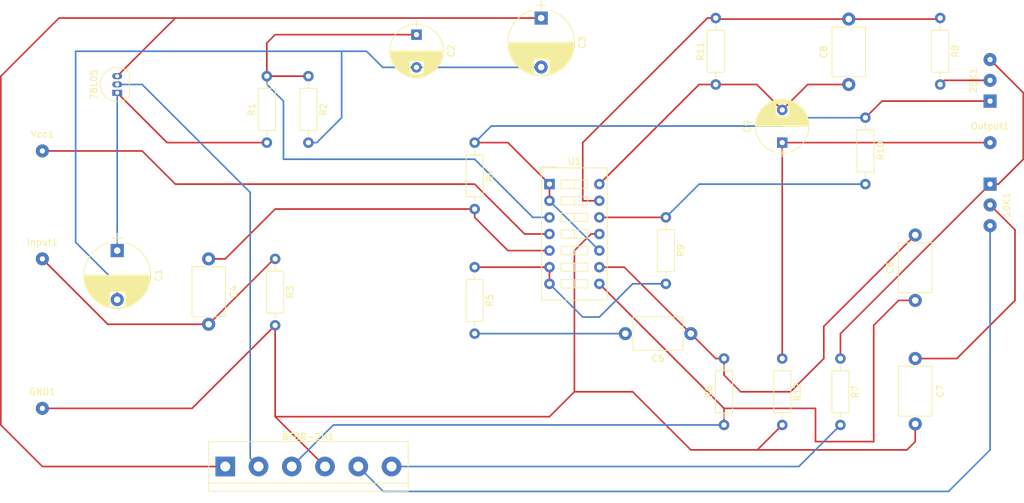
<source format=kicad_pcb>
(kicad_pcb (version 4) (host pcbnew 4.0.7)

  (general
    (links 52)
    (no_connects 0)
    (area 0 0 0 0)
    (thickness 1.6)
    (drawings 0)
    (tracks 146)
    (zones 0)
    (modules 30)
    (nets 24)
  )

  (page A4)
  (layers
    (0 F.Cu signal)
    (31 B.Cu signal)
    (32 B.Adhes user)
    (33 F.Adhes user)
    (34 B.Paste user)
    (35 F.Paste user)
    (36 B.SilkS user)
    (37 F.SilkS user)
    (38 B.Mask user)
    (39 F.Mask user)
    (40 Dwgs.User user)
    (41 Cmts.User user)
    (42 Eco1.User user)
    (43 Eco2.User user)
    (44 Edge.Cuts user)
    (45 Margin user)
    (46 B.CrtYd user)
    (47 F.CrtYd user)
    (48 B.Fab user)
    (49 F.Fab user)
  )

  (setup
    (last_trace_width 0.25)
    (trace_clearance 0.2)
    (zone_clearance 0.508)
    (zone_45_only no)
    (trace_min 0.2)
    (segment_width 0.2)
    (edge_width 0.15)
    (via_size 0.6)
    (via_drill 0.4)
    (via_min_size 0.4)
    (via_min_drill 0.3)
    (uvia_size 0.3)
    (uvia_drill 0.1)
    (uvias_allowed no)
    (uvia_min_size 0.2)
    (uvia_min_drill 0.1)
    (pcb_text_width 0.3)
    (pcb_text_size 1.5 1.5)
    (mod_edge_width 0.15)
    (mod_text_size 1 1)
    (mod_text_width 0.15)
    (pad_size 1.524 1.524)
    (pad_drill 0.762)
    (pad_to_mask_clearance 0.2)
    (aux_axis_origin 0 0)
    (visible_elements 7FFFFFFF)
    (pcbplotparams
      (layerselection 0x000f0_80000001)
      (usegerberextensions false)
      (excludeedgelayer true)
      (linewidth 0.100000)
      (plotframeref false)
      (viasonmask false)
      (mode 1)
      (useauxorigin false)
      (hpglpennumber 1)
      (hpglpenspeed 20)
      (hpglpendiameter 15)
      (hpglpenoverlay 2)
      (psnegative false)
      (psa4output false)
      (plotreference true)
      (plotvalue true)
      (plotinvisibletext false)
      (padsonsilk false)
      (subtractmaskfromsilk false)
      (outputformat 1)
      (mirror false)
      (drillshape 0)
      (scaleselection 1)
      (outputdirectory ./))
  )

  (net 0 "")
  (net 1 "Net-(10K1-Pad1)")
  (net 2 "Net-(10K1-Pad2)")
  (net 3 "Net-(10K1-Pad3)")
  (net 4 "Net-(25K1-Pad1)")
  (net 5 "Net-(25K1-Pad2)")
  (net 6 "Net-(BTDR-2H1-Pad3)")
  (net 7 "Net-(BTDR-2H1-Pad4)")
  (net 8 "Net-(BTDR-2H1-Pad6)")
  (net 9 "Net-(C2-Pad1)")
  (net 10 "Net-(C4-Pad1)")
  (net 11 "Net-(C4-Pad2)")
  (net 12 "Net-(C5-Pad1)")
  (net 13 "Net-(C5-Pad2)")
  (net 14 "Net-(C8-Pad1)")
  (net 15 "Net-(C8-Pad2)")
  (net 16 "Net-(C9-Pad1)")
  (net 17 "Net-(R5-Pad1)")
  (net 18 "Net-(R10-Pad2)")
  (net 19 "Net-(78L05-Pad2)")
  (net 20 "Net-(78L05-Pad3)")
  (net 21 "Net-(78L05-Pad1)")
  (net 22 "Net-(C1-Pad2)")
  (net 23 "Net-(U1-Pad4)")

  (net_class Default "This is the default net class."
    (clearance 0.2)
    (trace_width 0.25)
    (via_dia 0.6)
    (via_drill 0.4)
    (uvia_dia 0.3)
    (uvia_drill 0.1)
    (add_net "Net-(10K1-Pad1)")
    (add_net "Net-(10K1-Pad2)")
    (add_net "Net-(10K1-Pad3)")
    (add_net "Net-(25K1-Pad1)")
    (add_net "Net-(25K1-Pad2)")
    (add_net "Net-(78L05-Pad1)")
    (add_net "Net-(78L05-Pad2)")
    (add_net "Net-(78L05-Pad3)")
    (add_net "Net-(BTDR-2H1-Pad3)")
    (add_net "Net-(BTDR-2H1-Pad4)")
    (add_net "Net-(BTDR-2H1-Pad6)")
    (add_net "Net-(C1-Pad2)")
    (add_net "Net-(C2-Pad1)")
    (add_net "Net-(C4-Pad1)")
    (add_net "Net-(C4-Pad2)")
    (add_net "Net-(C5-Pad1)")
    (add_net "Net-(C5-Pad2)")
    (add_net "Net-(C8-Pad1)")
    (add_net "Net-(C8-Pad2)")
    (add_net "Net-(C9-Pad1)")
    (add_net "Net-(R10-Pad2)")
    (add_net "Net-(R5-Pad1)")
    (add_net "Net-(U1-Pad4)")
  )

  (module Buttons_Switches_THT:SW_DIP_x7_W7.62mm_Slide (layer F.Cu) (tedit 5923F251) (tstamp 5C933FE0)
    (at 177.8 109.22)
    (descr "7x-dip-switch, Slide, row spacing 7.62 mm (300 mils)")
    (tags "DIP Switch Slide 7.62mm 300mil")
    (path /5C82BD5E)
    (fp_text reference U1 (at 3.81 -3.48) (layer F.SilkS)
      (effects (font (size 1 1) (thickness 0.15)))
    )
    (fp_text value TL074 (at 3.81 18.72) (layer F.Fab)
      (effects (font (size 1 1) (thickness 0.15)))
    )
    (fp_text user %R (at 3.81 7.62) (layer F.Fab)
      (effects (font (size 1 1) (thickness 0.15)))
    )
    (fp_line (start -1.4 -2.68) (end -1.4 -1.41) (layer F.SilkS) (width 0.12))
    (fp_line (start -1.4 -2.68) (end 1.14 -2.68) (layer F.SilkS) (width 0.12))
    (fp_line (start -0.08 -2.36) (end 8.7 -2.36) (layer F.Fab) (width 0.1))
    (fp_line (start 8.7 -2.36) (end 8.7 17.6) (layer F.Fab) (width 0.1))
    (fp_line (start 8.7 17.6) (end -1.08 17.6) (layer F.Fab) (width 0.1))
    (fp_line (start -1.08 17.6) (end -1.08 -1.36) (layer F.Fab) (width 0.1))
    (fp_line (start -1.08 -1.36) (end -0.08 -2.36) (layer F.Fab) (width 0.1))
    (fp_line (start 1.78 -0.635) (end 1.78 0.635) (layer F.Fab) (width 0.1))
    (fp_line (start 1.78 0.635) (end 5.84 0.635) (layer F.Fab) (width 0.1))
    (fp_line (start 5.84 0.635) (end 5.84 -0.635) (layer F.Fab) (width 0.1))
    (fp_line (start 5.84 -0.635) (end 1.78 -0.635) (layer F.Fab) (width 0.1))
    (fp_line (start 3.81 -0.635) (end 3.81 0.635) (layer F.Fab) (width 0.1))
    (fp_line (start 1.78 1.905) (end 1.78 3.175) (layer F.Fab) (width 0.1))
    (fp_line (start 1.78 3.175) (end 5.84 3.175) (layer F.Fab) (width 0.1))
    (fp_line (start 5.84 3.175) (end 5.84 1.905) (layer F.Fab) (width 0.1))
    (fp_line (start 5.84 1.905) (end 1.78 1.905) (layer F.Fab) (width 0.1))
    (fp_line (start 3.81 1.905) (end 3.81 3.175) (layer F.Fab) (width 0.1))
    (fp_line (start 1.78 4.445) (end 1.78 5.715) (layer F.Fab) (width 0.1))
    (fp_line (start 1.78 5.715) (end 5.84 5.715) (layer F.Fab) (width 0.1))
    (fp_line (start 5.84 5.715) (end 5.84 4.445) (layer F.Fab) (width 0.1))
    (fp_line (start 5.84 4.445) (end 1.78 4.445) (layer F.Fab) (width 0.1))
    (fp_line (start 3.81 4.445) (end 3.81 5.715) (layer F.Fab) (width 0.1))
    (fp_line (start 1.78 6.985) (end 1.78 8.255) (layer F.Fab) (width 0.1))
    (fp_line (start 1.78 8.255) (end 5.84 8.255) (layer F.Fab) (width 0.1))
    (fp_line (start 5.84 8.255) (end 5.84 6.985) (layer F.Fab) (width 0.1))
    (fp_line (start 5.84 6.985) (end 1.78 6.985) (layer F.Fab) (width 0.1))
    (fp_line (start 3.81 6.985) (end 3.81 8.255) (layer F.Fab) (width 0.1))
    (fp_line (start 1.78 9.525) (end 1.78 10.795) (layer F.Fab) (width 0.1))
    (fp_line (start 1.78 10.795) (end 5.84 10.795) (layer F.Fab) (width 0.1))
    (fp_line (start 5.84 10.795) (end 5.84 9.525) (layer F.Fab) (width 0.1))
    (fp_line (start 5.84 9.525) (end 1.78 9.525) (layer F.Fab) (width 0.1))
    (fp_line (start 3.81 9.525) (end 3.81 10.795) (layer F.Fab) (width 0.1))
    (fp_line (start 1.78 12.065) (end 1.78 13.335) (layer F.Fab) (width 0.1))
    (fp_line (start 1.78 13.335) (end 5.84 13.335) (layer F.Fab) (width 0.1))
    (fp_line (start 5.84 13.335) (end 5.84 12.065) (layer F.Fab) (width 0.1))
    (fp_line (start 5.84 12.065) (end 1.78 12.065) (layer F.Fab) (width 0.1))
    (fp_line (start 3.81 12.065) (end 3.81 13.335) (layer F.Fab) (width 0.1))
    (fp_line (start 1.78 14.605) (end 1.78 15.875) (layer F.Fab) (width 0.1))
    (fp_line (start 1.78 15.875) (end 5.84 15.875) (layer F.Fab) (width 0.1))
    (fp_line (start 5.84 15.875) (end 5.84 14.605) (layer F.Fab) (width 0.1))
    (fp_line (start 5.84 14.605) (end 1.78 14.605) (layer F.Fab) (width 0.1))
    (fp_line (start 3.81 14.605) (end 3.81 15.875) (layer F.Fab) (width 0.1))
    (fp_line (start -1.2 -2.48) (end 8.82 -2.48) (layer F.SilkS) (width 0.12))
    (fp_line (start 8.82 -2.48) (end 8.82 17.72) (layer F.SilkS) (width 0.12))
    (fp_line (start 8.82 17.72) (end -1.2 17.72) (layer F.SilkS) (width 0.12))
    (fp_line (start -1.2 17.72) (end -1.2 -2.48) (layer F.SilkS) (width 0.12))
    (fp_line (start 1.78 -0.635) (end 1.78 0.635) (layer F.SilkS) (width 0.12))
    (fp_line (start 1.78 0.635) (end 5.84 0.635) (layer F.SilkS) (width 0.12))
    (fp_line (start 5.84 0.635) (end 5.84 -0.635) (layer F.SilkS) (width 0.12))
    (fp_line (start 5.84 -0.635) (end 1.78 -0.635) (layer F.SilkS) (width 0.12))
    (fp_line (start 3.81 -0.635) (end 3.81 0.635) (layer F.SilkS) (width 0.12))
    (fp_line (start 1.78 1.905) (end 1.78 3.175) (layer F.SilkS) (width 0.12))
    (fp_line (start 1.78 3.175) (end 5.84 3.175) (layer F.SilkS) (width 0.12))
    (fp_line (start 5.84 3.175) (end 5.84 1.905) (layer F.SilkS) (width 0.12))
    (fp_line (start 5.84 1.905) (end 1.78 1.905) (layer F.SilkS) (width 0.12))
    (fp_line (start 3.81 1.905) (end 3.81 3.175) (layer F.SilkS) (width 0.12))
    (fp_line (start 1.78 4.445) (end 1.78 5.715) (layer F.SilkS) (width 0.12))
    (fp_line (start 1.78 5.715) (end 5.84 5.715) (layer F.SilkS) (width 0.12))
    (fp_line (start 5.84 5.715) (end 5.84 4.445) (layer F.SilkS) (width 0.12))
    (fp_line (start 5.84 4.445) (end 1.78 4.445) (layer F.SilkS) (width 0.12))
    (fp_line (start 3.81 4.445) (end 3.81 5.715) (layer F.SilkS) (width 0.12))
    (fp_line (start 1.78 6.985) (end 1.78 8.255) (layer F.SilkS) (width 0.12))
    (fp_line (start 1.78 8.255) (end 5.84 8.255) (layer F.SilkS) (width 0.12))
    (fp_line (start 5.84 8.255) (end 5.84 6.985) (layer F.SilkS) (width 0.12))
    (fp_line (start 5.84 6.985) (end 1.78 6.985) (layer F.SilkS) (width 0.12))
    (fp_line (start 3.81 6.985) (end 3.81 8.255) (layer F.SilkS) (width 0.12))
    (fp_line (start 1.78 9.525) (end 1.78 10.795) (layer F.SilkS) (width 0.12))
    (fp_line (start 1.78 10.795) (end 5.84 10.795) (layer F.SilkS) (width 0.12))
    (fp_line (start 5.84 10.795) (end 5.84 9.525) (layer F.SilkS) (width 0.12))
    (fp_line (start 5.84 9.525) (end 1.78 9.525) (layer F.SilkS) (width 0.12))
    (fp_line (start 3.81 9.525) (end 3.81 10.795) (layer F.SilkS) (width 0.12))
    (fp_line (start 1.78 12.065) (end 1.78 13.335) (layer F.SilkS) (width 0.12))
    (fp_line (start 1.78 13.335) (end 5.84 13.335) (layer F.SilkS) (width 0.12))
    (fp_line (start 5.84 13.335) (end 5.84 12.065) (layer F.SilkS) (width 0.12))
    (fp_line (start 5.84 12.065) (end 1.78 12.065) (layer F.SilkS) (width 0.12))
    (fp_line (start 3.81 12.065) (end 3.81 13.335) (layer F.SilkS) (width 0.12))
    (fp_line (start 1.78 14.605) (end 1.78 15.875) (layer F.SilkS) (width 0.12))
    (fp_line (start 1.78 15.875) (end 5.84 15.875) (layer F.SilkS) (width 0.12))
    (fp_line (start 5.84 15.875) (end 5.84 14.605) (layer F.SilkS) (width 0.12))
    (fp_line (start 5.84 14.605) (end 1.78 14.605) (layer F.SilkS) (width 0.12))
    (fp_line (start 3.81 14.605) (end 3.81 15.875) (layer F.SilkS) (width 0.12))
    (fp_line (start -1.4 -2.7) (end -1.4 17.9) (layer F.CrtYd) (width 0.05))
    (fp_line (start -1.4 17.9) (end 9 17.9) (layer F.CrtYd) (width 0.05))
    (fp_line (start 9 17.9) (end 9 -2.7) (layer F.CrtYd) (width 0.05))
    (fp_line (start 9 -2.7) (end -1.4 -2.7) (layer F.CrtYd) (width 0.05))
    (pad 1 thru_hole rect (at 0 0) (size 1.6 1.6) (drill 0.8) (layers *.Cu *.Mask)
      (net 4 "Net-(25K1-Pad1)"))
    (pad 8 thru_hole oval (at 7.62 15.24) (size 1.6 1.6) (drill 0.8) (layers *.Cu *.Mask)
      (net 6 "Net-(BTDR-2H1-Pad3)"))
    (pad 2 thru_hole oval (at 0 2.54) (size 1.6 1.6) (drill 0.8) (layers *.Cu *.Mask)
      (net 4 "Net-(25K1-Pad1)"))
    (pad 9 thru_hole oval (at 7.62 12.7) (size 1.6 1.6) (drill 0.8) (layers *.Cu *.Mask)
      (net 12 "Net-(C5-Pad1)"))
    (pad 3 thru_hole oval (at 0 5.08) (size 1.6 1.6) (drill 0.8) (layers *.Cu *.Mask)
      (net 9 "Net-(C2-Pad1)"))
    (pad 10 thru_hole oval (at 7.62 10.16) (size 1.6 1.6) (drill 0.8) (layers *.Cu *.Mask)
      (net 4 "Net-(25K1-Pad1)"))
    (pad 4 thru_hole oval (at 0 7.62) (size 1.6 1.6) (drill 0.8) (layers *.Cu *.Mask)
      (net 23 "Net-(U1-Pad4)"))
    (pad 11 thru_hole oval (at 7.62 7.62) (size 1.6 1.6) (drill 0.8) (layers *.Cu *.Mask)
      (net 7 "Net-(BTDR-2H1-Pad4)"))
    (pad 5 thru_hole oval (at 0 10.16) (size 1.6 1.6) (drill 0.8) (layers *.Cu *.Mask)
      (net 10 "Net-(C4-Pad1)"))
    (pad 12 thru_hole oval (at 7.62 5.08) (size 1.6 1.6) (drill 0.8) (layers *.Cu *.Mask)
      (net 18 "Net-(R10-Pad2)"))
    (pad 6 thru_hole oval (at 0 12.7) (size 1.6 1.6) (drill 0.8) (layers *.Cu *.Mask)
      (net 17 "Net-(R5-Pad1)"))
    (pad 13 thru_hole oval (at 7.62 2.54) (size 1.6 1.6) (drill 0.8) (layers *.Cu *.Mask)
      (net 15 "Net-(C8-Pad2)"))
    (pad 7 thru_hole oval (at 0 15.24) (size 1.6 1.6) (drill 0.8) (layers *.Cu *.Mask)
      (net 17 "Net-(R5-Pad1)"))
    (pad 14 thru_hole oval (at 7.62 0) (size 1.6 1.6) (drill 0.8) (layers *.Cu *.Mask)
      (net 14 "Net-(C8-Pad1)"))
    (model ${KISYS3DMOD}/Buttons_Switches_THT.3dshapes/SW_DIP_x7_W7.62mm_Slide.wrl
      (at (xyz 0 0 0))
      (scale (xyz 1 1 1))
      (rotate (xyz 0 0 90))
    )
  )

  (module Resistors_THT:R_Axial_DIN0207_L6.3mm_D2.5mm_P10.16mm_Horizontal (layer F.Cu) (tedit 5874F706) (tstamp 5C933EB2)
    (at 135.89 120.65 270)
    (descr "Resistor, Axial_DIN0207 series, Axial, Horizontal, pin pitch=10.16mm, 0.25W = 1/4W, length*diameter=6.3*2.5mm^2, http://cdn-reichelt.de/documents/datenblatt/B400/1_4W%23YAG.pdf")
    (tags "Resistor Axial_DIN0207 series Axial Horizontal pin pitch 10.16mm 0.25W = 1/4W length 6.3mm diameter 2.5mm")
    (path /5C82D832)
    (fp_text reference R3 (at 5.08 -2.31 270) (layer F.SilkS)
      (effects (font (size 1 1) (thickness 0.15)))
    )
    (fp_text value 2.2M (at 5.08 2.31 270) (layer F.Fab)
      (effects (font (size 1 1) (thickness 0.15)))
    )
    (fp_line (start 1.93 -1.25) (end 1.93 1.25) (layer F.Fab) (width 0.1))
    (fp_line (start 1.93 1.25) (end 8.23 1.25) (layer F.Fab) (width 0.1))
    (fp_line (start 8.23 1.25) (end 8.23 -1.25) (layer F.Fab) (width 0.1))
    (fp_line (start 8.23 -1.25) (end 1.93 -1.25) (layer F.Fab) (width 0.1))
    (fp_line (start 0 0) (end 1.93 0) (layer F.Fab) (width 0.1))
    (fp_line (start 10.16 0) (end 8.23 0) (layer F.Fab) (width 0.1))
    (fp_line (start 1.87 -1.31) (end 1.87 1.31) (layer F.SilkS) (width 0.12))
    (fp_line (start 1.87 1.31) (end 8.29 1.31) (layer F.SilkS) (width 0.12))
    (fp_line (start 8.29 1.31) (end 8.29 -1.31) (layer F.SilkS) (width 0.12))
    (fp_line (start 8.29 -1.31) (end 1.87 -1.31) (layer F.SilkS) (width 0.12))
    (fp_line (start 0.98 0) (end 1.87 0) (layer F.SilkS) (width 0.12))
    (fp_line (start 9.18 0) (end 8.29 0) (layer F.SilkS) (width 0.12))
    (fp_line (start -1.05 -1.6) (end -1.05 1.6) (layer F.CrtYd) (width 0.05))
    (fp_line (start -1.05 1.6) (end 11.25 1.6) (layer F.CrtYd) (width 0.05))
    (fp_line (start 11.25 1.6) (end 11.25 -1.6) (layer F.CrtYd) (width 0.05))
    (fp_line (start 11.25 -1.6) (end -1.05 -1.6) (layer F.CrtYd) (width 0.05))
    (pad 1 thru_hole circle (at 0 0 270) (size 1.6 1.6) (drill 0.8) (layers *.Cu *.Mask)
      (net 11 "Net-(C4-Pad2)"))
    (pad 2 thru_hole oval (at 10.16 0 270) (size 1.6 1.6) (drill 0.8) (layers *.Cu *.Mask)
      (net 7 "Net-(BTDR-2H1-Pad4)"))
    (model ${KISYS3DMOD}/Resistors_THT.3dshapes/R_Axial_DIN0207_L6.3mm_D2.5mm_P10.16mm_Horizontal.wrl
      (at (xyz 0 0 0))
      (scale (xyz 0.393701 0.393701 0.393701))
      (rotate (xyz 0 0 0))
    )
  )

  (module Resistors_THT:R_Axial_DIN0207_L6.3mm_D2.5mm_P10.16mm_Horizontal (layer F.Cu) (tedit 5874F706) (tstamp 5C933E9C)
    (at 140.97 92.71 270)
    (descr "Resistor, Axial_DIN0207 series, Axial, Horizontal, pin pitch=10.16mm, 0.25W = 1/4W, length*diameter=6.3*2.5mm^2, http://cdn-reichelt.de/documents/datenblatt/B400/1_4W%23YAG.pdf")
    (tags "Resistor Axial_DIN0207 series Axial Horizontal pin pitch 10.16mm 0.25W = 1/4W length 6.3mm diameter 2.5mm")
    (path /5C82CAB6)
    (fp_text reference R2 (at 5.08 -2.31 270) (layer F.SilkS)
      (effects (font (size 1 1) (thickness 0.15)))
    )
    (fp_text value 10k (at 5.08 2.31 270) (layer F.Fab)
      (effects (font (size 1 1) (thickness 0.15)))
    )
    (fp_line (start 1.93 -1.25) (end 1.93 1.25) (layer F.Fab) (width 0.1))
    (fp_line (start 1.93 1.25) (end 8.23 1.25) (layer F.Fab) (width 0.1))
    (fp_line (start 8.23 1.25) (end 8.23 -1.25) (layer F.Fab) (width 0.1))
    (fp_line (start 8.23 -1.25) (end 1.93 -1.25) (layer F.Fab) (width 0.1))
    (fp_line (start 0 0) (end 1.93 0) (layer F.Fab) (width 0.1))
    (fp_line (start 10.16 0) (end 8.23 0) (layer F.Fab) (width 0.1))
    (fp_line (start 1.87 -1.31) (end 1.87 1.31) (layer F.SilkS) (width 0.12))
    (fp_line (start 1.87 1.31) (end 8.29 1.31) (layer F.SilkS) (width 0.12))
    (fp_line (start 8.29 1.31) (end 8.29 -1.31) (layer F.SilkS) (width 0.12))
    (fp_line (start 8.29 -1.31) (end 1.87 -1.31) (layer F.SilkS) (width 0.12))
    (fp_line (start 0.98 0) (end 1.87 0) (layer F.SilkS) (width 0.12))
    (fp_line (start 9.18 0) (end 8.29 0) (layer F.SilkS) (width 0.12))
    (fp_line (start -1.05 -1.6) (end -1.05 1.6) (layer F.CrtYd) (width 0.05))
    (fp_line (start -1.05 1.6) (end 11.25 1.6) (layer F.CrtYd) (width 0.05))
    (fp_line (start 11.25 1.6) (end 11.25 -1.6) (layer F.CrtYd) (width 0.05))
    (fp_line (start 11.25 -1.6) (end -1.05 -1.6) (layer F.CrtYd) (width 0.05))
    (pad 1 thru_hole circle (at 0 0 270) (size 1.6 1.6) (drill 0.8) (layers *.Cu *.Mask)
      (net 9 "Net-(C2-Pad1)"))
    (pad 2 thru_hole oval (at 10.16 0 270) (size 1.6 1.6) (drill 0.8) (layers *.Cu *.Mask)
      (net 22 "Net-(C1-Pad2)"))
    (model ${KISYS3DMOD}/Resistors_THT.3dshapes/R_Axial_DIN0207_L6.3mm_D2.5mm_P10.16mm_Horizontal.wrl
      (at (xyz 0 0 0))
      (scale (xyz 0.393701 0.393701 0.393701))
      (rotate (xyz 0 0 0))
    )
  )

  (module Connector_Wire:SolderWirePad_1x03_P3.175mm_Drill0.8mm (layer F.Cu) (tedit 5AEE57A0) (tstamp 5C933D7B)
    (at 245.11 109.22 270)
    (descr "Wire solder connection")
    (tags connector)
    (path /5C82C45A)
    (attr virtual)
    (fp_text reference 10K1 (at 3.175 -2.54 270) (layer F.SilkS)
      (effects (font (size 1 1) (thickness 0.15)))
    )
    (fp_text value "DAMP 10k" (at 3.175 2.54 270) (layer F.Fab)
      (effects (font (size 1 1) (thickness 0.15)))
    )
    (fp_text user %R (at 3.175 0 270) (layer F.Fab)
      (effects (font (size 1 1) (thickness 0.15)))
    )
    (fp_line (start -1.49 -1.5) (end 7.85 -1.5) (layer F.CrtYd) (width 0.05))
    (fp_line (start -1.49 -1.5) (end -1.49 1.5) (layer F.CrtYd) (width 0.05))
    (fp_line (start 7.85 1.5) (end 7.85 -1.5) (layer F.CrtYd) (width 0.05))
    (fp_line (start 7.85 1.5) (end -1.49 1.5) (layer F.CrtYd) (width 0.05))
    (pad 1 thru_hole rect (at 0 0 270) (size 1.99898 1.99898) (drill 0.8001) (layers *.Cu *.Mask)
      (net 1 "Net-(10K1-Pad1)"))
    (pad 2 thru_hole circle (at 3.175 0 270) (size 1.99898 1.99898) (drill 0.8001) (layers *.Cu *.Mask)
      (net 2 "Net-(10K1-Pad2)"))
    (pad 3 thru_hole circle (at 6.35 0 270) (size 1.99898 1.99898) (drill 0.8001) (layers *.Cu *.Mask)
      (net 3 "Net-(10K1-Pad3)"))
  )

  (module Connector_Wire:SolderWirePad_1x03_P3.175mm_Drill0.8mm (layer F.Cu) (tedit 5AEE57A0) (tstamp 5C933D87)
    (at 245.11 96.52 90)
    (descr "Wire solder connection")
    (tags connector)
    (path /5C82C85F)
    (attr virtual)
    (fp_text reference 25K1 (at 3.175 -2.54 90) (layer F.SilkS)
      (effects (font (size 1 1) (thickness 0.15)))
    )
    (fp_text value "REVERB 25k" (at 3.175 2.54 90) (layer F.Fab)
      (effects (font (size 1 1) (thickness 0.15)))
    )
    (fp_text user %R (at 3.175 0 90) (layer F.Fab)
      (effects (font (size 1 1) (thickness 0.15)))
    )
    (fp_line (start -1.49 -1.5) (end 7.85 -1.5) (layer F.CrtYd) (width 0.05))
    (fp_line (start -1.49 -1.5) (end -1.49 1.5) (layer F.CrtYd) (width 0.05))
    (fp_line (start 7.85 1.5) (end 7.85 -1.5) (layer F.CrtYd) (width 0.05))
    (fp_line (start 7.85 1.5) (end -1.49 1.5) (layer F.CrtYd) (width 0.05))
    (pad 1 thru_hole rect (at 0 0 90) (size 1.99898 1.99898) (drill 0.8001) (layers *.Cu *.Mask)
      (net 4 "Net-(25K1-Pad1)"))
    (pad 2 thru_hole circle (at 3.175 0 90) (size 1.99898 1.99898) (drill 0.8001) (layers *.Cu *.Mask)
      (net 5 "Net-(25K1-Pad2)"))
    (pad 3 thru_hole circle (at 6.35 0 90) (size 1.99898 1.99898) (drill 0.8001) (layers *.Cu *.Mask)
      (net 1 "Net-(10K1-Pad1)"))
  )

  (module Connectors_Terminal_Blocks:TerminalBlock_bornier-6_P5.08mm (layer F.Cu) (tedit 59FF03F5) (tstamp 5C933DA0)
    (at 128.27 152.4)
    (descr "simple 6pin terminal block, pitch 5.08mm, revamped version of bornier6")
    (tags "terminal block bornier6")
    (path /5C82BADF)
    (fp_text reference BTDR-2H1 (at 12.65 -4.55) (layer F.SilkS)
      (effects (font (size 1 1) (thickness 0.15)))
    )
    (fp_text value BTDR-2H (at 12.7 4.75) (layer F.Fab)
      (effects (font (size 1 1) (thickness 0.15)))
    )
    (fp_text user %R (at 12.7 0) (layer F.Fab)
      (effects (font (size 1 1) (thickness 0.15)))
    )
    (fp_line (start -2.5 2.55) (end 27.9 2.55) (layer F.Fab) (width 0.1))
    (fp_line (start -2.5 -3.75) (end -2.5 3.75) (layer F.Fab) (width 0.1))
    (fp_line (start -2.5 3.75) (end 27.9 3.75) (layer F.Fab) (width 0.1))
    (fp_line (start 27.9 3.75) (end 27.9 -3.75) (layer F.Fab) (width 0.1))
    (fp_line (start 27.9 -3.75) (end -2.5 -3.75) (layer F.Fab) (width 0.1))
    (fp_line (start -2.54 -3.81) (end -2.54 3.81) (layer F.SilkS) (width 0.12))
    (fp_line (start 27.94 3.81) (end 27.94 -3.81) (layer F.SilkS) (width 0.12))
    (fp_line (start -2.54 2.54) (end 27.94 2.54) (layer F.SilkS) (width 0.12))
    (fp_line (start -2.54 -3.81) (end 27.94 -3.81) (layer F.SilkS) (width 0.12))
    (fp_line (start -2.54 3.81) (end 27.94 3.81) (layer F.SilkS) (width 0.12))
    (fp_line (start -2.75 -4) (end 28.15 -4) (layer F.CrtYd) (width 0.05))
    (fp_line (start -2.75 -4) (end -2.75 4) (layer F.CrtYd) (width 0.05))
    (fp_line (start 28.15 4) (end 28.15 -4) (layer F.CrtYd) (width 0.05))
    (fp_line (start 28.15 4) (end -2.75 4) (layer F.CrtYd) (width 0.05))
    (pad 2 thru_hole circle (at 5.08 0) (size 3 3) (drill 1.52) (layers *.Cu *.Mask)
      (net 19 "Net-(78L05-Pad2)"))
    (pad 3 thru_hole circle (at 10.16 0) (size 3 3) (drill 1.52) (layers *.Cu *.Mask)
      (net 6 "Net-(BTDR-2H1-Pad3)"))
    (pad 1 thru_hole rect (at 0 0) (size 3 3) (drill 1.52) (layers *.Cu *.Mask)
      (net 20 "Net-(78L05-Pad3)"))
    (pad 4 thru_hole circle (at 15.24 0) (size 3 3) (drill 1.52) (layers *.Cu *.Mask)
      (net 7 "Net-(BTDR-2H1-Pad4)"))
    (pad 5 thru_hole circle (at 20.32 0) (size 3 3) (drill 1.52) (layers *.Cu *.Mask)
      (net 3 "Net-(10K1-Pad3)"))
    (pad 6 thru_hole circle (at 25.4 0) (size 3 3) (drill 1.52) (layers *.Cu *.Mask)
      (net 8 "Net-(BTDR-2H1-Pad6)"))
    (model ${KISYS3DMOD}/Terminal_Blocks.3dshapes/TerminalBlock_bornier-6_P5.08mm.wrl
      (at (xyz 0.5 0 0))
      (scale (xyz 1 1 1))
      (rotate (xyz 0 0 0))
    )
  )

  (module Connector_Wire:SolderWirePad_1x01_Drill0.8mm (layer F.Cu) (tedit 5A2676A0) (tstamp 5C933E5C)
    (at 100.33 143.51)
    (descr "Wire solder connection")
    (tags connector)
    (path /5C932710)
    (attr virtual)
    (fp_text reference GND1 (at 0 -2.54) (layer F.SilkS)
      (effects (font (size 1 1) (thickness 0.15)))
    )
    (fp_text value GND (at 0 2.54) (layer F.Fab)
      (effects (font (size 1 1) (thickness 0.15)))
    )
    (fp_text user %R (at 0 0) (layer F.Fab)
      (effects (font (size 1 1) (thickness 0.15)))
    )
    (fp_line (start -1.5 -1.5) (end 1.5 -1.5) (layer F.CrtYd) (width 0.05))
    (fp_line (start -1.5 -1.5) (end -1.5 1.5) (layer F.CrtYd) (width 0.05))
    (fp_line (start 1.5 1.5) (end 1.5 -1.5) (layer F.CrtYd) (width 0.05))
    (fp_line (start 1.5 1.5) (end -1.5 1.5) (layer F.CrtYd) (width 0.05))
    (pad 1 thru_hole circle (at 0 0) (size 1.99898 1.99898) (drill 0.8001) (layers *.Cu *.Mask)
      (net 7 "Net-(BTDR-2H1-Pad4)"))
  )

  (module Connector_Wire:SolderWirePad_1x01_Drill0.8mm (layer F.Cu) (tedit 5A2676A0) (tstamp 5C933E66)
    (at 100.33 120.65)
    (descr "Wire solder connection")
    (tags connector)
    (path /5C931A6C)
    (attr virtual)
    (fp_text reference Input1 (at 0 -2.54) (layer F.SilkS)
      (effects (font (size 1 1) (thickness 0.15)))
    )
    (fp_text value In (at 0 2.54) (layer F.Fab)
      (effects (font (size 1 1) (thickness 0.15)))
    )
    (fp_text user %R (at 0 0) (layer F.Fab)
      (effects (font (size 1 1) (thickness 0.15)))
    )
    (fp_line (start -1.5 -1.5) (end 1.5 -1.5) (layer F.CrtYd) (width 0.05))
    (fp_line (start -1.5 -1.5) (end -1.5 1.5) (layer F.CrtYd) (width 0.05))
    (fp_line (start 1.5 1.5) (end 1.5 -1.5) (layer F.CrtYd) (width 0.05))
    (fp_line (start 1.5 1.5) (end -1.5 1.5) (layer F.CrtYd) (width 0.05))
    (pad 1 thru_hole circle (at 0 0) (size 1.99898 1.99898) (drill 0.8001) (layers *.Cu *.Mask)
      (net 11 "Net-(C4-Pad2)"))
  )

  (module Connector_Wire:SolderWirePad_1x01_Drill0.8mm (layer F.Cu) (tedit 5A2676A0) (tstamp 5C933E70)
    (at 245.11 102.87)
    (descr "Wire solder connection")
    (tags connector)
    (path /5C931CA1)
    (attr virtual)
    (fp_text reference Output1 (at 0 -2.54) (layer F.SilkS)
      (effects (font (size 1 1) (thickness 0.15)))
    )
    (fp_text value Out (at 0 2.54) (layer F.Fab)
      (effects (font (size 1 1) (thickness 0.15)))
    )
    (fp_text user %R (at 0 0) (layer F.Fab)
      (effects (font (size 1 1) (thickness 0.15)))
    )
    (fp_line (start -1.5 -1.5) (end 1.5 -1.5) (layer F.CrtYd) (width 0.05))
    (fp_line (start -1.5 -1.5) (end -1.5 1.5) (layer F.CrtYd) (width 0.05))
    (fp_line (start 1.5 1.5) (end 1.5 -1.5) (layer F.CrtYd) (width 0.05))
    (fp_line (start 1.5 1.5) (end -1.5 1.5) (layer F.CrtYd) (width 0.05))
    (pad 1 thru_hole circle (at 0 0) (size 1.99898 1.99898) (drill 0.8001) (layers *.Cu *.Mask)
      (net 16 "Net-(C9-Pad1)"))
  )

  (module Resistors_THT:R_Axial_DIN0207_L6.3mm_D2.5mm_P10.16mm_Horizontal (layer F.Cu) (tedit 5874F706) (tstamp 5C933E86)
    (at 134.62 102.87 90)
    (descr "Resistor, Axial_DIN0207 series, Axial, Horizontal, pin pitch=10.16mm, 0.25W = 1/4W, length*diameter=6.3*2.5mm^2, http://cdn-reichelt.de/documents/datenblatt/B400/1_4W%23YAG.pdf")
    (tags "Resistor Axial_DIN0207 series Axial Horizontal pin pitch 10.16mm 0.25W = 1/4W length 6.3mm diameter 2.5mm")
    (path /5C82CA81)
    (fp_text reference R1 (at 5.08 -2.31 90) (layer F.SilkS)
      (effects (font (size 1 1) (thickness 0.15)))
    )
    (fp_text value 10k (at 5.08 2.31 90) (layer F.Fab)
      (effects (font (size 1 1) (thickness 0.15)))
    )
    (fp_line (start 1.93 -1.25) (end 1.93 1.25) (layer F.Fab) (width 0.1))
    (fp_line (start 1.93 1.25) (end 8.23 1.25) (layer F.Fab) (width 0.1))
    (fp_line (start 8.23 1.25) (end 8.23 -1.25) (layer F.Fab) (width 0.1))
    (fp_line (start 8.23 -1.25) (end 1.93 -1.25) (layer F.Fab) (width 0.1))
    (fp_line (start 0 0) (end 1.93 0) (layer F.Fab) (width 0.1))
    (fp_line (start 10.16 0) (end 8.23 0) (layer F.Fab) (width 0.1))
    (fp_line (start 1.87 -1.31) (end 1.87 1.31) (layer F.SilkS) (width 0.12))
    (fp_line (start 1.87 1.31) (end 8.29 1.31) (layer F.SilkS) (width 0.12))
    (fp_line (start 8.29 1.31) (end 8.29 -1.31) (layer F.SilkS) (width 0.12))
    (fp_line (start 8.29 -1.31) (end 1.87 -1.31) (layer F.SilkS) (width 0.12))
    (fp_line (start 0.98 0) (end 1.87 0) (layer F.SilkS) (width 0.12))
    (fp_line (start 9.18 0) (end 8.29 0) (layer F.SilkS) (width 0.12))
    (fp_line (start -1.05 -1.6) (end -1.05 1.6) (layer F.CrtYd) (width 0.05))
    (fp_line (start -1.05 1.6) (end 11.25 1.6) (layer F.CrtYd) (width 0.05))
    (fp_line (start 11.25 1.6) (end 11.25 -1.6) (layer F.CrtYd) (width 0.05))
    (fp_line (start 11.25 -1.6) (end -1.05 -1.6) (layer F.CrtYd) (width 0.05))
    (pad 1 thru_hole circle (at 0 0 90) (size 1.6 1.6) (drill 0.8) (layers *.Cu *.Mask)
      (net 21 "Net-(78L05-Pad1)"))
    (pad 2 thru_hole oval (at 10.16 0 90) (size 1.6 1.6) (drill 0.8) (layers *.Cu *.Mask)
      (net 9 "Net-(C2-Pad1)"))
    (model ${KISYS3DMOD}/Resistors_THT.3dshapes/R_Axial_DIN0207_L6.3mm_D2.5mm_P10.16mm_Horizontal.wrl
      (at (xyz 0 0 0))
      (scale (xyz 0.393701 0.393701 0.393701))
      (rotate (xyz 0 0 0))
    )
  )

  (module Resistors_THT:R_Axial_DIN0207_L6.3mm_D2.5mm_P10.16mm_Horizontal (layer F.Cu) (tedit 5874F706) (tstamp 5C933EC8)
    (at 166.37 102.87 270)
    (descr "Resistor, Axial_DIN0207 series, Axial, Horizontal, pin pitch=10.16mm, 0.25W = 1/4W, length*diameter=6.3*2.5mm^2, http://cdn-reichelt.de/documents/datenblatt/B400/1_4W%23YAG.pdf")
    (tags "Resistor Axial_DIN0207 series Axial Horizontal pin pitch 10.16mm 0.25W = 1/4W length 6.3mm diameter 2.5mm")
    (path /5C82D429)
    (fp_text reference R4 (at 5.08 -2.31 270) (layer F.SilkS)
      (effects (font (size 1 1) (thickness 0.15)))
    )
    (fp_text value 1M (at 5.08 2.31 270) (layer F.Fab)
      (effects (font (size 1 1) (thickness 0.15)))
    )
    (fp_line (start 1.93 -1.25) (end 1.93 1.25) (layer F.Fab) (width 0.1))
    (fp_line (start 1.93 1.25) (end 8.23 1.25) (layer F.Fab) (width 0.1))
    (fp_line (start 8.23 1.25) (end 8.23 -1.25) (layer F.Fab) (width 0.1))
    (fp_line (start 8.23 -1.25) (end 1.93 -1.25) (layer F.Fab) (width 0.1))
    (fp_line (start 0 0) (end 1.93 0) (layer F.Fab) (width 0.1))
    (fp_line (start 10.16 0) (end 8.23 0) (layer F.Fab) (width 0.1))
    (fp_line (start 1.87 -1.31) (end 1.87 1.31) (layer F.SilkS) (width 0.12))
    (fp_line (start 1.87 1.31) (end 8.29 1.31) (layer F.SilkS) (width 0.12))
    (fp_line (start 8.29 1.31) (end 8.29 -1.31) (layer F.SilkS) (width 0.12))
    (fp_line (start 8.29 -1.31) (end 1.87 -1.31) (layer F.SilkS) (width 0.12))
    (fp_line (start 0.98 0) (end 1.87 0) (layer F.SilkS) (width 0.12))
    (fp_line (start 9.18 0) (end 8.29 0) (layer F.SilkS) (width 0.12))
    (fp_line (start -1.05 -1.6) (end -1.05 1.6) (layer F.CrtYd) (width 0.05))
    (fp_line (start -1.05 1.6) (end 11.25 1.6) (layer F.CrtYd) (width 0.05))
    (fp_line (start 11.25 1.6) (end 11.25 -1.6) (layer F.CrtYd) (width 0.05))
    (fp_line (start 11.25 -1.6) (end -1.05 -1.6) (layer F.CrtYd) (width 0.05))
    (pad 1 thru_hole circle (at 0 0 270) (size 1.6 1.6) (drill 0.8) (layers *.Cu *.Mask)
      (net 4 "Net-(25K1-Pad1)"))
    (pad 2 thru_hole oval (at 10.16 0 270) (size 1.6 1.6) (drill 0.8) (layers *.Cu *.Mask)
      (net 10 "Net-(C4-Pad1)"))
    (model ${KISYS3DMOD}/Resistors_THT.3dshapes/R_Axial_DIN0207_L6.3mm_D2.5mm_P10.16mm_Horizontal.wrl
      (at (xyz 0 0 0))
      (scale (xyz 0.393701 0.393701 0.393701))
      (rotate (xyz 0 0 0))
    )
  )

  (module Resistors_THT:R_Axial_DIN0207_L6.3mm_D2.5mm_P10.16mm_Horizontal (layer F.Cu) (tedit 5874F706) (tstamp 5C933EDE)
    (at 166.37 121.92 270)
    (descr "Resistor, Axial_DIN0207 series, Axial, Horizontal, pin pitch=10.16mm, 0.25W = 1/4W, length*diameter=6.3*2.5mm^2, http://cdn-reichelt.de/documents/datenblatt/B400/1_4W%23YAG.pdf")
    (tags "Resistor Axial_DIN0207 series Axial Horizontal pin pitch 10.16mm 0.25W = 1/4W length 6.3mm diameter 2.5mm")
    (path /5C82D9BF)
    (fp_text reference R5 (at 5.08 -2.31 270) (layer F.SilkS)
      (effects (font (size 1 1) (thickness 0.15)))
    )
    (fp_text value 10k (at 5.08 2.31 270) (layer F.Fab)
      (effects (font (size 1 1) (thickness 0.15)))
    )
    (fp_line (start 1.93 -1.25) (end 1.93 1.25) (layer F.Fab) (width 0.1))
    (fp_line (start 1.93 1.25) (end 8.23 1.25) (layer F.Fab) (width 0.1))
    (fp_line (start 8.23 1.25) (end 8.23 -1.25) (layer F.Fab) (width 0.1))
    (fp_line (start 8.23 -1.25) (end 1.93 -1.25) (layer F.Fab) (width 0.1))
    (fp_line (start 0 0) (end 1.93 0) (layer F.Fab) (width 0.1))
    (fp_line (start 10.16 0) (end 8.23 0) (layer F.Fab) (width 0.1))
    (fp_line (start 1.87 -1.31) (end 1.87 1.31) (layer F.SilkS) (width 0.12))
    (fp_line (start 1.87 1.31) (end 8.29 1.31) (layer F.SilkS) (width 0.12))
    (fp_line (start 8.29 1.31) (end 8.29 -1.31) (layer F.SilkS) (width 0.12))
    (fp_line (start 8.29 -1.31) (end 1.87 -1.31) (layer F.SilkS) (width 0.12))
    (fp_line (start 0.98 0) (end 1.87 0) (layer F.SilkS) (width 0.12))
    (fp_line (start 9.18 0) (end 8.29 0) (layer F.SilkS) (width 0.12))
    (fp_line (start -1.05 -1.6) (end -1.05 1.6) (layer F.CrtYd) (width 0.05))
    (fp_line (start -1.05 1.6) (end 11.25 1.6) (layer F.CrtYd) (width 0.05))
    (fp_line (start 11.25 1.6) (end 11.25 -1.6) (layer F.CrtYd) (width 0.05))
    (fp_line (start 11.25 -1.6) (end -1.05 -1.6) (layer F.CrtYd) (width 0.05))
    (pad 1 thru_hole circle (at 0 0 270) (size 1.6 1.6) (drill 0.8) (layers *.Cu *.Mask)
      (net 17 "Net-(R5-Pad1)"))
    (pad 2 thru_hole oval (at 10.16 0 270) (size 1.6 1.6) (drill 0.8) (layers *.Cu *.Mask)
      (net 13 "Net-(C5-Pad2)"))
    (model ${KISYS3DMOD}/Resistors_THT.3dshapes/R_Axial_DIN0207_L6.3mm_D2.5mm_P10.16mm_Horizontal.wrl
      (at (xyz 0 0 0))
      (scale (xyz 0.393701 0.393701 0.393701))
      (rotate (xyz 0 0 0))
    )
  )

  (module Resistors_THT:R_Axial_DIN0207_L6.3mm_D2.5mm_P10.16mm_Horizontal (layer F.Cu) (tedit 5874F706) (tstamp 5C933EF4)
    (at 204.47 146.05 90)
    (descr "Resistor, Axial_DIN0207 series, Axial, Horizontal, pin pitch=10.16mm, 0.25W = 1/4W, length*diameter=6.3*2.5mm^2, http://cdn-reichelt.de/documents/datenblatt/B400/1_4W%23YAG.pdf")
    (tags "Resistor Axial_DIN0207 series Axial Horizontal pin pitch 10.16mm 0.25W = 1/4W length 6.3mm diameter 2.5mm")
    (path /5C82F037)
    (fp_text reference R6 (at 5.08 -2.31 90) (layer F.SilkS)
      (effects (font (size 1 1) (thickness 0.15)))
    )
    (fp_text value 22k (at 5.08 2.31 90) (layer F.Fab)
      (effects (font (size 1 1) (thickness 0.15)))
    )
    (fp_line (start 1.93 -1.25) (end 1.93 1.25) (layer F.Fab) (width 0.1))
    (fp_line (start 1.93 1.25) (end 8.23 1.25) (layer F.Fab) (width 0.1))
    (fp_line (start 8.23 1.25) (end 8.23 -1.25) (layer F.Fab) (width 0.1))
    (fp_line (start 8.23 -1.25) (end 1.93 -1.25) (layer F.Fab) (width 0.1))
    (fp_line (start 0 0) (end 1.93 0) (layer F.Fab) (width 0.1))
    (fp_line (start 10.16 0) (end 8.23 0) (layer F.Fab) (width 0.1))
    (fp_line (start 1.87 -1.31) (end 1.87 1.31) (layer F.SilkS) (width 0.12))
    (fp_line (start 1.87 1.31) (end 8.29 1.31) (layer F.SilkS) (width 0.12))
    (fp_line (start 8.29 1.31) (end 8.29 -1.31) (layer F.SilkS) (width 0.12))
    (fp_line (start 8.29 -1.31) (end 1.87 -1.31) (layer F.SilkS) (width 0.12))
    (fp_line (start 0.98 0) (end 1.87 0) (layer F.SilkS) (width 0.12))
    (fp_line (start 9.18 0) (end 8.29 0) (layer F.SilkS) (width 0.12))
    (fp_line (start -1.05 -1.6) (end -1.05 1.6) (layer F.CrtYd) (width 0.05))
    (fp_line (start -1.05 1.6) (end 11.25 1.6) (layer F.CrtYd) (width 0.05))
    (fp_line (start 11.25 1.6) (end 11.25 -1.6) (layer F.CrtYd) (width 0.05))
    (fp_line (start 11.25 -1.6) (end -1.05 -1.6) (layer F.CrtYd) (width 0.05))
    (pad 1 thru_hole circle (at 0 0 90) (size 1.6 1.6) (drill 0.8) (layers *.Cu *.Mask)
      (net 6 "Net-(BTDR-2H1-Pad3)"))
    (pad 2 thru_hole oval (at 10.16 0 90) (size 1.6 1.6) (drill 0.8) (layers *.Cu *.Mask)
      (net 12 "Net-(C5-Pad1)"))
    (model ${KISYS3DMOD}/Resistors_THT.3dshapes/R_Axial_DIN0207_L6.3mm_D2.5mm_P10.16mm_Horizontal.wrl
      (at (xyz 0 0 0))
      (scale (xyz 0.393701 0.393701 0.393701))
      (rotate (xyz 0 0 0))
    )
  )

  (module Resistors_THT:R_Axial_DIN0207_L6.3mm_D2.5mm_P10.16mm_Horizontal (layer F.Cu) (tedit 5874F706) (tstamp 5C933F0A)
    (at 222.25 135.89 270)
    (descr "Resistor, Axial_DIN0207 series, Axial, Horizontal, pin pitch=10.16mm, 0.25W = 1/4W, length*diameter=6.3*2.5mm^2, http://cdn-reichelt.de/documents/datenblatt/B400/1_4W%23YAG.pdf")
    (tags "Resistor Axial_DIN0207 series Axial Horizontal pin pitch 10.16mm 0.25W = 1/4W length 6.3mm diameter 2.5mm")
    (path /5C82C3E5)
    (fp_text reference R7 (at 5.08 -2.31 270) (layer F.SilkS)
      (effects (font (size 1 1) (thickness 0.15)))
    )
    (fp_text value 10k (at 5.08 2.31 270) (layer F.Fab)
      (effects (font (size 1 1) (thickness 0.15)))
    )
    (fp_line (start 1.93 -1.25) (end 1.93 1.25) (layer F.Fab) (width 0.1))
    (fp_line (start 1.93 1.25) (end 8.23 1.25) (layer F.Fab) (width 0.1))
    (fp_line (start 8.23 1.25) (end 8.23 -1.25) (layer F.Fab) (width 0.1))
    (fp_line (start 8.23 -1.25) (end 1.93 -1.25) (layer F.Fab) (width 0.1))
    (fp_line (start 0 0) (end 1.93 0) (layer F.Fab) (width 0.1))
    (fp_line (start 10.16 0) (end 8.23 0) (layer F.Fab) (width 0.1))
    (fp_line (start 1.87 -1.31) (end 1.87 1.31) (layer F.SilkS) (width 0.12))
    (fp_line (start 1.87 1.31) (end 8.29 1.31) (layer F.SilkS) (width 0.12))
    (fp_line (start 8.29 1.31) (end 8.29 -1.31) (layer F.SilkS) (width 0.12))
    (fp_line (start 8.29 -1.31) (end 1.87 -1.31) (layer F.SilkS) (width 0.12))
    (fp_line (start 0.98 0) (end 1.87 0) (layer F.SilkS) (width 0.12))
    (fp_line (start 9.18 0) (end 8.29 0) (layer F.SilkS) (width 0.12))
    (fp_line (start -1.05 -1.6) (end -1.05 1.6) (layer F.CrtYd) (width 0.05))
    (fp_line (start -1.05 1.6) (end 11.25 1.6) (layer F.CrtYd) (width 0.05))
    (fp_line (start 11.25 1.6) (end 11.25 -1.6) (layer F.CrtYd) (width 0.05))
    (fp_line (start 11.25 -1.6) (end -1.05 -1.6) (layer F.CrtYd) (width 0.05))
    (pad 1 thru_hole circle (at 0 0 270) (size 1.6 1.6) (drill 0.8) (layers *.Cu *.Mask)
      (net 1 "Net-(10K1-Pad1)"))
    (pad 2 thru_hole oval (at 10.16 0 270) (size 1.6 1.6) (drill 0.8) (layers *.Cu *.Mask)
      (net 8 "Net-(BTDR-2H1-Pad6)"))
    (model ${KISYS3DMOD}/Resistors_THT.3dshapes/R_Axial_DIN0207_L6.3mm_D2.5mm_P10.16mm_Horizontal.wrl
      (at (xyz 0 0 0))
      (scale (xyz 0.393701 0.393701 0.393701))
      (rotate (xyz 0 0 0))
    )
  )

  (module Resistors_THT:R_Axial_DIN0207_L6.3mm_D2.5mm_P10.16mm_Horizontal (layer F.Cu) (tedit 5874F706) (tstamp 5C933F20)
    (at 237.49 83.82 270)
    (descr "Resistor, Axial_DIN0207 series, Axial, Horizontal, pin pitch=10.16mm, 0.25W = 1/4W, length*diameter=6.3*2.5mm^2, http://cdn-reichelt.de/documents/datenblatt/B400/1_4W%23YAG.pdf")
    (tags "Resistor Axial_DIN0207 series Axial Horizontal pin pitch 10.16mm 0.25W = 1/4W length 6.3mm diameter 2.5mm")
    (path /5C82EAB0)
    (fp_text reference R8 (at 5.08 -2.31 270) (layer F.SilkS)
      (effects (font (size 1 1) (thickness 0.15)))
    )
    (fp_text value 10k (at 5.08 2.31 270) (layer F.Fab)
      (effects (font (size 1 1) (thickness 0.15)))
    )
    (fp_line (start 1.93 -1.25) (end 1.93 1.25) (layer F.Fab) (width 0.1))
    (fp_line (start 1.93 1.25) (end 8.23 1.25) (layer F.Fab) (width 0.1))
    (fp_line (start 8.23 1.25) (end 8.23 -1.25) (layer F.Fab) (width 0.1))
    (fp_line (start 8.23 -1.25) (end 1.93 -1.25) (layer F.Fab) (width 0.1))
    (fp_line (start 0 0) (end 1.93 0) (layer F.Fab) (width 0.1))
    (fp_line (start 10.16 0) (end 8.23 0) (layer F.Fab) (width 0.1))
    (fp_line (start 1.87 -1.31) (end 1.87 1.31) (layer F.SilkS) (width 0.12))
    (fp_line (start 1.87 1.31) (end 8.29 1.31) (layer F.SilkS) (width 0.12))
    (fp_line (start 8.29 1.31) (end 8.29 -1.31) (layer F.SilkS) (width 0.12))
    (fp_line (start 8.29 -1.31) (end 1.87 -1.31) (layer F.SilkS) (width 0.12))
    (fp_line (start 0.98 0) (end 1.87 0) (layer F.SilkS) (width 0.12))
    (fp_line (start 9.18 0) (end 8.29 0) (layer F.SilkS) (width 0.12))
    (fp_line (start -1.05 -1.6) (end -1.05 1.6) (layer F.CrtYd) (width 0.05))
    (fp_line (start -1.05 1.6) (end 11.25 1.6) (layer F.CrtYd) (width 0.05))
    (fp_line (start 11.25 1.6) (end 11.25 -1.6) (layer F.CrtYd) (width 0.05))
    (fp_line (start 11.25 -1.6) (end -1.05 -1.6) (layer F.CrtYd) (width 0.05))
    (pad 1 thru_hole circle (at 0 0 270) (size 1.6 1.6) (drill 0.8) (layers *.Cu *.Mask)
      (net 15 "Net-(C8-Pad2)"))
    (pad 2 thru_hole oval (at 10.16 0 270) (size 1.6 1.6) (drill 0.8) (layers *.Cu *.Mask)
      (net 5 "Net-(25K1-Pad2)"))
    (model ${KISYS3DMOD}/Resistors_THT.3dshapes/R_Axial_DIN0207_L6.3mm_D2.5mm_P10.16mm_Horizontal.wrl
      (at (xyz 0 0 0))
      (scale (xyz 0.393701 0.393701 0.393701))
      (rotate (xyz 0 0 0))
    )
  )

  (module Resistors_THT:R_Axial_DIN0207_L6.3mm_D2.5mm_P10.16mm_Horizontal (layer F.Cu) (tedit 5874F706) (tstamp 5C933F36)
    (at 195.58 114.3 270)
    (descr "Resistor, Axial_DIN0207 series, Axial, Horizontal, pin pitch=10.16mm, 0.25W = 1/4W, length*diameter=6.3*2.5mm^2, http://cdn-reichelt.de/documents/datenblatt/B400/1_4W%23YAG.pdf")
    (tags "Resistor Axial_DIN0207 series Axial Horizontal pin pitch 10.16mm 0.25W = 1/4W length 6.3mm diameter 2.5mm")
    (path /5C82D342)
    (fp_text reference R9 (at 5.08 -2.31 270) (layer F.SilkS)
      (effects (font (size 1 1) (thickness 0.15)))
    )
    (fp_text value 10k (at 5.08 2.31 270) (layer F.Fab)
      (effects (font (size 1 1) (thickness 0.15)))
    )
    (fp_line (start 1.93 -1.25) (end 1.93 1.25) (layer F.Fab) (width 0.1))
    (fp_line (start 1.93 1.25) (end 8.23 1.25) (layer F.Fab) (width 0.1))
    (fp_line (start 8.23 1.25) (end 8.23 -1.25) (layer F.Fab) (width 0.1))
    (fp_line (start 8.23 -1.25) (end 1.93 -1.25) (layer F.Fab) (width 0.1))
    (fp_line (start 0 0) (end 1.93 0) (layer F.Fab) (width 0.1))
    (fp_line (start 10.16 0) (end 8.23 0) (layer F.Fab) (width 0.1))
    (fp_line (start 1.87 -1.31) (end 1.87 1.31) (layer F.SilkS) (width 0.12))
    (fp_line (start 1.87 1.31) (end 8.29 1.31) (layer F.SilkS) (width 0.12))
    (fp_line (start 8.29 1.31) (end 8.29 -1.31) (layer F.SilkS) (width 0.12))
    (fp_line (start 8.29 -1.31) (end 1.87 -1.31) (layer F.SilkS) (width 0.12))
    (fp_line (start 0.98 0) (end 1.87 0) (layer F.SilkS) (width 0.12))
    (fp_line (start 9.18 0) (end 8.29 0) (layer F.SilkS) (width 0.12))
    (fp_line (start -1.05 -1.6) (end -1.05 1.6) (layer F.CrtYd) (width 0.05))
    (fp_line (start -1.05 1.6) (end 11.25 1.6) (layer F.CrtYd) (width 0.05))
    (fp_line (start 11.25 1.6) (end 11.25 -1.6) (layer F.CrtYd) (width 0.05))
    (fp_line (start 11.25 -1.6) (end -1.05 -1.6) (layer F.CrtYd) (width 0.05))
    (pad 1 thru_hole circle (at 0 0 270) (size 1.6 1.6) (drill 0.8) (layers *.Cu *.Mask)
      (net 18 "Net-(R10-Pad2)"))
    (pad 2 thru_hole oval (at 10.16 0 270) (size 1.6 1.6) (drill 0.8) (layers *.Cu *.Mask)
      (net 17 "Net-(R5-Pad1)"))
    (model ${KISYS3DMOD}/Resistors_THT.3dshapes/R_Axial_DIN0207_L6.3mm_D2.5mm_P10.16mm_Horizontal.wrl
      (at (xyz 0 0 0))
      (scale (xyz 0.393701 0.393701 0.393701))
      (rotate (xyz 0 0 0))
    )
  )

  (module Resistors_THT:R_Axial_DIN0207_L6.3mm_D2.5mm_P10.16mm_Horizontal (layer F.Cu) (tedit 5874F706) (tstamp 5C933F4C)
    (at 226.06 99.06 270)
    (descr "Resistor, Axial_DIN0207 series, Axial, Horizontal, pin pitch=10.16mm, 0.25W = 1/4W, length*diameter=6.3*2.5mm^2, http://cdn-reichelt.de/documents/datenblatt/B400/1_4W%23YAG.pdf")
    (tags "Resistor Axial_DIN0207 series Axial Horizontal pin pitch 10.16mm 0.25W = 1/4W length 6.3mm diameter 2.5mm")
    (path /5C82DF69)
    (fp_text reference R10 (at 5.08 -2.31 270) (layer F.SilkS)
      (effects (font (size 1 1) (thickness 0.15)))
    )
    (fp_text value 33k (at 5.08 2.31 270) (layer F.Fab)
      (effects (font (size 1 1) (thickness 0.15)))
    )
    (fp_line (start 1.93 -1.25) (end 1.93 1.25) (layer F.Fab) (width 0.1))
    (fp_line (start 1.93 1.25) (end 8.23 1.25) (layer F.Fab) (width 0.1))
    (fp_line (start 8.23 1.25) (end 8.23 -1.25) (layer F.Fab) (width 0.1))
    (fp_line (start 8.23 -1.25) (end 1.93 -1.25) (layer F.Fab) (width 0.1))
    (fp_line (start 0 0) (end 1.93 0) (layer F.Fab) (width 0.1))
    (fp_line (start 10.16 0) (end 8.23 0) (layer F.Fab) (width 0.1))
    (fp_line (start 1.87 -1.31) (end 1.87 1.31) (layer F.SilkS) (width 0.12))
    (fp_line (start 1.87 1.31) (end 8.29 1.31) (layer F.SilkS) (width 0.12))
    (fp_line (start 8.29 1.31) (end 8.29 -1.31) (layer F.SilkS) (width 0.12))
    (fp_line (start 8.29 -1.31) (end 1.87 -1.31) (layer F.SilkS) (width 0.12))
    (fp_line (start 0.98 0) (end 1.87 0) (layer F.SilkS) (width 0.12))
    (fp_line (start 9.18 0) (end 8.29 0) (layer F.SilkS) (width 0.12))
    (fp_line (start -1.05 -1.6) (end -1.05 1.6) (layer F.CrtYd) (width 0.05))
    (fp_line (start -1.05 1.6) (end 11.25 1.6) (layer F.CrtYd) (width 0.05))
    (fp_line (start 11.25 1.6) (end 11.25 -1.6) (layer F.CrtYd) (width 0.05))
    (fp_line (start 11.25 -1.6) (end -1.05 -1.6) (layer F.CrtYd) (width 0.05))
    (pad 1 thru_hole circle (at 0 0 270) (size 1.6 1.6) (drill 0.8) (layers *.Cu *.Mask)
      (net 4 "Net-(25K1-Pad1)"))
    (pad 2 thru_hole oval (at 10.16 0 270) (size 1.6 1.6) (drill 0.8) (layers *.Cu *.Mask)
      (net 18 "Net-(R10-Pad2)"))
    (model ${KISYS3DMOD}/Resistors_THT.3dshapes/R_Axial_DIN0207_L6.3mm_D2.5mm_P10.16mm_Horizontal.wrl
      (at (xyz 0 0 0))
      (scale (xyz 0.393701 0.393701 0.393701))
      (rotate (xyz 0 0 0))
    )
  )

  (module Resistors_THT:R_Axial_DIN0207_L6.3mm_D2.5mm_P10.16mm_Horizontal (layer F.Cu) (tedit 5874F706) (tstamp 5C933F62)
    (at 203.2 93.98 90)
    (descr "Resistor, Axial_DIN0207 series, Axial, Horizontal, pin pitch=10.16mm, 0.25W = 1/4W, length*diameter=6.3*2.5mm^2, http://cdn-reichelt.de/documents/datenblatt/B400/1_4W%23YAG.pdf")
    (tags "Resistor Axial_DIN0207 series Axial Horizontal pin pitch 10.16mm 0.25W = 1/4W length 6.3mm diameter 2.5mm")
    (path /5C82E232)
    (fp_text reference R11 (at 5.08 -2.31 90) (layer F.SilkS)
      (effects (font (size 1 1) (thickness 0.15)))
    )
    (fp_text value 10k (at 5.08 2.31 90) (layer F.Fab)
      (effects (font (size 1 1) (thickness 0.15)))
    )
    (fp_line (start 1.93 -1.25) (end 1.93 1.25) (layer F.Fab) (width 0.1))
    (fp_line (start 1.93 1.25) (end 8.23 1.25) (layer F.Fab) (width 0.1))
    (fp_line (start 8.23 1.25) (end 8.23 -1.25) (layer F.Fab) (width 0.1))
    (fp_line (start 8.23 -1.25) (end 1.93 -1.25) (layer F.Fab) (width 0.1))
    (fp_line (start 0 0) (end 1.93 0) (layer F.Fab) (width 0.1))
    (fp_line (start 10.16 0) (end 8.23 0) (layer F.Fab) (width 0.1))
    (fp_line (start 1.87 -1.31) (end 1.87 1.31) (layer F.SilkS) (width 0.12))
    (fp_line (start 1.87 1.31) (end 8.29 1.31) (layer F.SilkS) (width 0.12))
    (fp_line (start 8.29 1.31) (end 8.29 -1.31) (layer F.SilkS) (width 0.12))
    (fp_line (start 8.29 -1.31) (end 1.87 -1.31) (layer F.SilkS) (width 0.12))
    (fp_line (start 0.98 0) (end 1.87 0) (layer F.SilkS) (width 0.12))
    (fp_line (start 9.18 0) (end 8.29 0) (layer F.SilkS) (width 0.12))
    (fp_line (start -1.05 -1.6) (end -1.05 1.6) (layer F.CrtYd) (width 0.05))
    (fp_line (start -1.05 1.6) (end 11.25 1.6) (layer F.CrtYd) (width 0.05))
    (fp_line (start 11.25 1.6) (end 11.25 -1.6) (layer F.CrtYd) (width 0.05))
    (fp_line (start 11.25 -1.6) (end -1.05 -1.6) (layer F.CrtYd) (width 0.05))
    (pad 1 thru_hole circle (at 0 0 90) (size 1.6 1.6) (drill 0.8) (layers *.Cu *.Mask)
      (net 14 "Net-(C8-Pad1)"))
    (pad 2 thru_hole oval (at 10.16 0 90) (size 1.6 1.6) (drill 0.8) (layers *.Cu *.Mask)
      (net 15 "Net-(C8-Pad2)"))
    (model ${KISYS3DMOD}/Resistors_THT.3dshapes/R_Axial_DIN0207_L6.3mm_D2.5mm_P10.16mm_Horizontal.wrl
      (at (xyz 0 0 0))
      (scale (xyz 0.393701 0.393701 0.393701))
      (rotate (xyz 0 0 0))
    )
  )

  (module Resistors_THT:R_Axial_DIN0207_L6.3mm_D2.5mm_P10.16mm_Horizontal (layer F.Cu) (tedit 5874F706) (tstamp 5C933F78)
    (at 213.36 135.89 270)
    (descr "Resistor, Axial_DIN0207 series, Axial, Horizontal, pin pitch=10.16mm, 0.25W = 1/4W, length*diameter=6.3*2.5mm^2, http://cdn-reichelt.de/documents/datenblatt/B400/1_4W%23YAG.pdf")
    (tags "Resistor Axial_DIN0207 series Axial Horizontal pin pitch 10.16mm 0.25W = 1/4W length 6.3mm diameter 2.5mm")
    (path /5C82E61B)
    (fp_text reference R12 (at 5.08 -2.31 270) (layer F.SilkS)
      (effects (font (size 1 1) (thickness 0.15)))
    )
    (fp_text value 33k (at 5.08 2.31 270) (layer F.Fab)
      (effects (font (size 1 1) (thickness 0.15)))
    )
    (fp_line (start 1.93 -1.25) (end 1.93 1.25) (layer F.Fab) (width 0.1))
    (fp_line (start 1.93 1.25) (end 8.23 1.25) (layer F.Fab) (width 0.1))
    (fp_line (start 8.23 1.25) (end 8.23 -1.25) (layer F.Fab) (width 0.1))
    (fp_line (start 8.23 -1.25) (end 1.93 -1.25) (layer F.Fab) (width 0.1))
    (fp_line (start 0 0) (end 1.93 0) (layer F.Fab) (width 0.1))
    (fp_line (start 10.16 0) (end 8.23 0) (layer F.Fab) (width 0.1))
    (fp_line (start 1.87 -1.31) (end 1.87 1.31) (layer F.SilkS) (width 0.12))
    (fp_line (start 1.87 1.31) (end 8.29 1.31) (layer F.SilkS) (width 0.12))
    (fp_line (start 8.29 1.31) (end 8.29 -1.31) (layer F.SilkS) (width 0.12))
    (fp_line (start 8.29 -1.31) (end 1.87 -1.31) (layer F.SilkS) (width 0.12))
    (fp_line (start 0.98 0) (end 1.87 0) (layer F.SilkS) (width 0.12))
    (fp_line (start 9.18 0) (end 8.29 0) (layer F.SilkS) (width 0.12))
    (fp_line (start -1.05 -1.6) (end -1.05 1.6) (layer F.CrtYd) (width 0.05))
    (fp_line (start -1.05 1.6) (end 11.25 1.6) (layer F.CrtYd) (width 0.05))
    (fp_line (start 11.25 1.6) (end 11.25 -1.6) (layer F.CrtYd) (width 0.05))
    (fp_line (start 11.25 -1.6) (end -1.05 -1.6) (layer F.CrtYd) (width 0.05))
    (pad 1 thru_hole circle (at 0 0 270) (size 1.6 1.6) (drill 0.8) (layers *.Cu *.Mask)
      (net 16 "Net-(C9-Pad1)"))
    (pad 2 thru_hole oval (at 10.16 0 270) (size 1.6 1.6) (drill 0.8) (layers *.Cu *.Mask)
      (net 7 "Net-(BTDR-2H1-Pad4)"))
    (model ${KISYS3DMOD}/Resistors_THT.3dshapes/R_Axial_DIN0207_L6.3mm_D2.5mm_P10.16mm_Horizontal.wrl
      (at (xyz 0 0 0))
      (scale (xyz 0.393701 0.393701 0.393701))
      (rotate (xyz 0 0 0))
    )
  )

  (module Connector_Wire:SolderWirePad_1x01_Drill0.8mm (layer F.Cu) (tedit 5A2676A0) (tstamp 5C933FEA)
    (at 100.33 104.14)
    (descr "Wire solder connection")
    (tags connector)
    (path /5C93244F)
    (attr virtual)
    (fp_text reference Vcc1 (at 0 -2.54) (layer F.SilkS)
      (effects (font (size 1 1) (thickness 0.15)))
    )
    (fp_text value +9V (at 0 2.54) (layer F.Fab)
      (effects (font (size 1 1) (thickness 0.15)))
    )
    (fp_text user %R (at 0 0) (layer F.Fab)
      (effects (font (size 1 1) (thickness 0.15)))
    )
    (fp_line (start -1.5 -1.5) (end 1.5 -1.5) (layer F.CrtYd) (width 0.05))
    (fp_line (start -1.5 -1.5) (end -1.5 1.5) (layer F.CrtYd) (width 0.05))
    (fp_line (start 1.5 1.5) (end 1.5 -1.5) (layer F.CrtYd) (width 0.05))
    (fp_line (start 1.5 1.5) (end -1.5 1.5) (layer F.CrtYd) (width 0.05))
    (pad 1 thru_hole circle (at 0 0) (size 1.99898 1.99898) (drill 0.8001) (layers *.Cu *.Mask)
      (net 23 "Net-(U1-Pad4)"))
  )

  (module Capacitors_THT:C_Disc_D7.5mm_W5.0mm_P10.00mm (layer F.Cu) (tedit 597BC7C2) (tstamp 5C94DA81)
    (at 125.73 120.65 270)
    (descr "C, Disc series, Radial, pin pitch=10.00mm, , diameter*width=7.5*5.0mm^2, Capacitor, http://www.vishay.com/docs/28535/vy2series.pdf")
    (tags "C Disc series Radial pin pitch 10.00mm  diameter 7.5mm width 5.0mm Capacitor")
    (path /5C82D703)
    (fp_text reference C4 (at 5 -3.81 270) (layer F.SilkS)
      (effects (font (size 1 1) (thickness 0.15)))
    )
    (fp_text value 100n (at 5 3.81 270) (layer F.Fab)
      (effects (font (size 1 1) (thickness 0.15)))
    )
    (fp_line (start 1.25 -2.5) (end 1.25 2.5) (layer F.Fab) (width 0.1))
    (fp_line (start 1.25 2.5) (end 8.75 2.5) (layer F.Fab) (width 0.1))
    (fp_line (start 8.75 2.5) (end 8.75 -2.5) (layer F.Fab) (width 0.1))
    (fp_line (start 8.75 -2.5) (end 1.25 -2.5) (layer F.Fab) (width 0.1))
    (fp_line (start 1.19 -2.56) (end 8.81 -2.56) (layer F.SilkS) (width 0.12))
    (fp_line (start 1.19 2.56) (end 8.81 2.56) (layer F.SilkS) (width 0.12))
    (fp_line (start 1.19 -2.56) (end 1.19 -0.311) (layer F.SilkS) (width 0.12))
    (fp_line (start 1.19 0.311) (end 1.19 2.56) (layer F.SilkS) (width 0.12))
    (fp_line (start 8.81 -2.56) (end 8.81 -0.311) (layer F.SilkS) (width 0.12))
    (fp_line (start 8.81 0.311) (end 8.81 2.56) (layer F.SilkS) (width 0.12))
    (fp_line (start -1.25 -2.85) (end -1.25 2.85) (layer F.CrtYd) (width 0.05))
    (fp_line (start -1.25 2.85) (end 11.25 2.85) (layer F.CrtYd) (width 0.05))
    (fp_line (start 11.25 2.85) (end 11.25 -2.85) (layer F.CrtYd) (width 0.05))
    (fp_line (start 11.25 -2.85) (end -1.25 -2.85) (layer F.CrtYd) (width 0.05))
    (fp_text user %R (at 5 0 270) (layer F.Fab)
      (effects (font (size 1 1) (thickness 0.15)))
    )
    (pad 1 thru_hole circle (at 0 0 270) (size 2 2) (drill 1) (layers *.Cu *.Mask)
      (net 10 "Net-(C4-Pad1)"))
    (pad 2 thru_hole circle (at 10 0 270) (size 2 2) (drill 1) (layers *.Cu *.Mask)
      (net 11 "Net-(C4-Pad2)"))
    (model ${KISYS3DMOD}/Capacitors_THT.3dshapes/C_Disc_D7.5mm_W5.0mm_P10.00mm.wrl
      (at (xyz 0 0 0))
      (scale (xyz 1 1 1))
      (rotate (xyz 0 0 0))
    )
  )

  (module Capacitors_THT:C_Disc_D7.5mm_W5.0mm_P10.00mm (layer F.Cu) (tedit 597BC7C2) (tstamp 5C94DA96)
    (at 199.39 132.08 180)
    (descr "C, Disc series, Radial, pin pitch=10.00mm, , diameter*width=7.5*5.0mm^2, Capacitor, http://www.vishay.com/docs/28535/vy2series.pdf")
    (tags "C Disc series Radial pin pitch 10.00mm  diameter 7.5mm width 5.0mm Capacitor")
    (path /5C82DAEC)
    (fp_text reference C5 (at 5 -3.81 180) (layer F.SilkS)
      (effects (font (size 1 1) (thickness 0.15)))
    )
    (fp_text value 22n (at 5 3.81 180) (layer F.Fab)
      (effects (font (size 1 1) (thickness 0.15)))
    )
    (fp_line (start 1.25 -2.5) (end 1.25 2.5) (layer F.Fab) (width 0.1))
    (fp_line (start 1.25 2.5) (end 8.75 2.5) (layer F.Fab) (width 0.1))
    (fp_line (start 8.75 2.5) (end 8.75 -2.5) (layer F.Fab) (width 0.1))
    (fp_line (start 8.75 -2.5) (end 1.25 -2.5) (layer F.Fab) (width 0.1))
    (fp_line (start 1.19 -2.56) (end 8.81 -2.56) (layer F.SilkS) (width 0.12))
    (fp_line (start 1.19 2.56) (end 8.81 2.56) (layer F.SilkS) (width 0.12))
    (fp_line (start 1.19 -2.56) (end 1.19 -0.311) (layer F.SilkS) (width 0.12))
    (fp_line (start 1.19 0.311) (end 1.19 2.56) (layer F.SilkS) (width 0.12))
    (fp_line (start 8.81 -2.56) (end 8.81 -0.311) (layer F.SilkS) (width 0.12))
    (fp_line (start 8.81 0.311) (end 8.81 2.56) (layer F.SilkS) (width 0.12))
    (fp_line (start -1.25 -2.85) (end -1.25 2.85) (layer F.CrtYd) (width 0.05))
    (fp_line (start -1.25 2.85) (end 11.25 2.85) (layer F.CrtYd) (width 0.05))
    (fp_line (start 11.25 2.85) (end 11.25 -2.85) (layer F.CrtYd) (width 0.05))
    (fp_line (start 11.25 -2.85) (end -1.25 -2.85) (layer F.CrtYd) (width 0.05))
    (fp_text user %R (at 5 0 180) (layer F.Fab)
      (effects (font (size 1 1) (thickness 0.15)))
    )
    (pad 1 thru_hole circle (at 0 0 180) (size 2 2) (drill 1) (layers *.Cu *.Mask)
      (net 12 "Net-(C5-Pad1)"))
    (pad 2 thru_hole circle (at 10 0 180) (size 2 2) (drill 1) (layers *.Cu *.Mask)
      (net 13 "Net-(C5-Pad2)"))
    (model ${KISYS3DMOD}/Capacitors_THT.3dshapes/C_Disc_D7.5mm_W5.0mm_P10.00mm.wrl
      (at (xyz 0 0 0))
      (scale (xyz 1 1 1))
      (rotate (xyz 0 0 0))
    )
  )

  (module Capacitors_THT:C_Disc_D7.5mm_W5.0mm_P10.00mm (layer F.Cu) (tedit 597BC7C2) (tstamp 5C94DAAB)
    (at 233.68 127 90)
    (descr "C, Disc series, Radial, pin pitch=10.00mm, , diameter*width=7.5*5.0mm^2, Capacitor, http://www.vishay.com/docs/28535/vy2series.pdf")
    (tags "C Disc series Radial pin pitch 10.00mm  diameter 7.5mm width 5.0mm Capacitor")
    (path /5C82F0F5)
    (fp_text reference C6 (at 5 -3.81 90) (layer F.SilkS)
      (effects (font (size 1 1) (thickness 0.15)))
    )
    (fp_text value 100p (at 5 3.81 90) (layer F.Fab)
      (effects (font (size 1 1) (thickness 0.15)))
    )
    (fp_line (start 1.25 -2.5) (end 1.25 2.5) (layer F.Fab) (width 0.1))
    (fp_line (start 1.25 2.5) (end 8.75 2.5) (layer F.Fab) (width 0.1))
    (fp_line (start 8.75 2.5) (end 8.75 -2.5) (layer F.Fab) (width 0.1))
    (fp_line (start 8.75 -2.5) (end 1.25 -2.5) (layer F.Fab) (width 0.1))
    (fp_line (start 1.19 -2.56) (end 8.81 -2.56) (layer F.SilkS) (width 0.12))
    (fp_line (start 1.19 2.56) (end 8.81 2.56) (layer F.SilkS) (width 0.12))
    (fp_line (start 1.19 -2.56) (end 1.19 -0.311) (layer F.SilkS) (width 0.12))
    (fp_line (start 1.19 0.311) (end 1.19 2.56) (layer F.SilkS) (width 0.12))
    (fp_line (start 8.81 -2.56) (end 8.81 -0.311) (layer F.SilkS) (width 0.12))
    (fp_line (start 8.81 0.311) (end 8.81 2.56) (layer F.SilkS) (width 0.12))
    (fp_line (start -1.25 -2.85) (end -1.25 2.85) (layer F.CrtYd) (width 0.05))
    (fp_line (start -1.25 2.85) (end 11.25 2.85) (layer F.CrtYd) (width 0.05))
    (fp_line (start 11.25 2.85) (end 11.25 -2.85) (layer F.CrtYd) (width 0.05))
    (fp_line (start 11.25 -2.85) (end -1.25 -2.85) (layer F.CrtYd) (width 0.05))
    (fp_text user %R (at 5 0 90) (layer F.Fab)
      (effects (font (size 1 1) (thickness 0.15)))
    )
    (pad 1 thru_hole circle (at 0 0 90) (size 2 2) (drill 1) (layers *.Cu *.Mask)
      (net 6 "Net-(BTDR-2H1-Pad3)"))
    (pad 2 thru_hole circle (at 10 0 90) (size 2 2) (drill 1) (layers *.Cu *.Mask)
      (net 12 "Net-(C5-Pad1)"))
    (model ${KISYS3DMOD}/Capacitors_THT.3dshapes/C_Disc_D7.5mm_W5.0mm_P10.00mm.wrl
      (at (xyz 0 0 0))
      (scale (xyz 1 1 1))
      (rotate (xyz 0 0 0))
    )
  )

  (module Capacitors_THT:C_Disc_D7.5mm_W5.0mm_P10.00mm (layer F.Cu) (tedit 597BC7C2) (tstamp 5C94DAC0)
    (at 233.68 135.89 270)
    (descr "C, Disc series, Radial, pin pitch=10.00mm, , diameter*width=7.5*5.0mm^2, Capacitor, http://www.vishay.com/docs/28535/vy2series.pdf")
    (tags "C Disc series Radial pin pitch 10.00mm  diameter 7.5mm width 5.0mm Capacitor")
    (path /5C82C5AA)
    (fp_text reference C7 (at 5 -3.81 270) (layer F.SilkS)
      (effects (font (size 1 1) (thickness 0.15)))
    )
    (fp_text value 22n (at 5 3.81 270) (layer F.Fab)
      (effects (font (size 1 1) (thickness 0.15)))
    )
    (fp_line (start 1.25 -2.5) (end 1.25 2.5) (layer F.Fab) (width 0.1))
    (fp_line (start 1.25 2.5) (end 8.75 2.5) (layer F.Fab) (width 0.1))
    (fp_line (start 8.75 2.5) (end 8.75 -2.5) (layer F.Fab) (width 0.1))
    (fp_line (start 8.75 -2.5) (end 1.25 -2.5) (layer F.Fab) (width 0.1))
    (fp_line (start 1.19 -2.56) (end 8.81 -2.56) (layer F.SilkS) (width 0.12))
    (fp_line (start 1.19 2.56) (end 8.81 2.56) (layer F.SilkS) (width 0.12))
    (fp_line (start 1.19 -2.56) (end 1.19 -0.311) (layer F.SilkS) (width 0.12))
    (fp_line (start 1.19 0.311) (end 1.19 2.56) (layer F.SilkS) (width 0.12))
    (fp_line (start 8.81 -2.56) (end 8.81 -0.311) (layer F.SilkS) (width 0.12))
    (fp_line (start 8.81 0.311) (end 8.81 2.56) (layer F.SilkS) (width 0.12))
    (fp_line (start -1.25 -2.85) (end -1.25 2.85) (layer F.CrtYd) (width 0.05))
    (fp_line (start -1.25 2.85) (end 11.25 2.85) (layer F.CrtYd) (width 0.05))
    (fp_line (start 11.25 2.85) (end 11.25 -2.85) (layer F.CrtYd) (width 0.05))
    (fp_line (start 11.25 -2.85) (end -1.25 -2.85) (layer F.CrtYd) (width 0.05))
    (fp_text user %R (at 5 0 270) (layer F.Fab)
      (effects (font (size 1 1) (thickness 0.15)))
    )
    (pad 1 thru_hole circle (at 0 0 270) (size 2 2) (drill 1) (layers *.Cu *.Mask)
      (net 2 "Net-(10K1-Pad2)"))
    (pad 2 thru_hole circle (at 10 0 270) (size 2 2) (drill 1) (layers *.Cu *.Mask)
      (net 7 "Net-(BTDR-2H1-Pad4)"))
    (model ${KISYS3DMOD}/Capacitors_THT.3dshapes/C_Disc_D7.5mm_W5.0mm_P10.00mm.wrl
      (at (xyz 0 0 0))
      (scale (xyz 1 1 1))
      (rotate (xyz 0 0 0))
    )
  )

  (module Capacitors_THT:C_Disc_D7.5mm_W5.0mm_P10.00mm (layer F.Cu) (tedit 597BC7C2) (tstamp 5C94DAD5)
    (at 223.52 93.98 90)
    (descr "C, Disc series, Radial, pin pitch=10.00mm, , diameter*width=7.5*5.0mm^2, Capacitor, http://www.vishay.com/docs/28535/vy2series.pdf")
    (tags "C Disc series Radial pin pitch 10.00mm  diameter 7.5mm width 5.0mm Capacitor")
    (path /5C82E2CD)
    (fp_text reference C8 (at 5 -3.81 90) (layer F.SilkS)
      (effects (font (size 1 1) (thickness 0.15)))
    )
    (fp_text value 1n (at 5 3.81 90) (layer F.Fab)
      (effects (font (size 1 1) (thickness 0.15)))
    )
    (fp_line (start 1.25 -2.5) (end 1.25 2.5) (layer F.Fab) (width 0.1))
    (fp_line (start 1.25 2.5) (end 8.75 2.5) (layer F.Fab) (width 0.1))
    (fp_line (start 8.75 2.5) (end 8.75 -2.5) (layer F.Fab) (width 0.1))
    (fp_line (start 8.75 -2.5) (end 1.25 -2.5) (layer F.Fab) (width 0.1))
    (fp_line (start 1.19 -2.56) (end 8.81 -2.56) (layer F.SilkS) (width 0.12))
    (fp_line (start 1.19 2.56) (end 8.81 2.56) (layer F.SilkS) (width 0.12))
    (fp_line (start 1.19 -2.56) (end 1.19 -0.311) (layer F.SilkS) (width 0.12))
    (fp_line (start 1.19 0.311) (end 1.19 2.56) (layer F.SilkS) (width 0.12))
    (fp_line (start 8.81 -2.56) (end 8.81 -0.311) (layer F.SilkS) (width 0.12))
    (fp_line (start 8.81 0.311) (end 8.81 2.56) (layer F.SilkS) (width 0.12))
    (fp_line (start -1.25 -2.85) (end -1.25 2.85) (layer F.CrtYd) (width 0.05))
    (fp_line (start -1.25 2.85) (end 11.25 2.85) (layer F.CrtYd) (width 0.05))
    (fp_line (start 11.25 2.85) (end 11.25 -2.85) (layer F.CrtYd) (width 0.05))
    (fp_line (start 11.25 -2.85) (end -1.25 -2.85) (layer F.CrtYd) (width 0.05))
    (fp_text user %R (at 5 0 90) (layer F.Fab)
      (effects (font (size 1 1) (thickness 0.15)))
    )
    (pad 1 thru_hole circle (at 0 0 90) (size 2 2) (drill 1) (layers *.Cu *.Mask)
      (net 14 "Net-(C8-Pad1)"))
    (pad 2 thru_hole circle (at 10 0 90) (size 2 2) (drill 1) (layers *.Cu *.Mask)
      (net 15 "Net-(C8-Pad2)"))
    (model ${KISYS3DMOD}/Capacitors_THT.3dshapes/C_Disc_D7.5mm_W5.0mm_P10.00mm.wrl
      (at (xyz 0 0 0))
      (scale (xyz 1 1 1))
      (rotate (xyz 0 0 0))
    )
  )

  (module TO_SOT_Packages_THT:TO-92_Inline_Narrow_Oval (layer F.Cu) (tedit 58CE52AF) (tstamp 5C94EAE3)
    (at 111.76 95.25 90)
    (descr "TO-92 leads in-line, narrow, oval pads, drill 0.6mm (see NXP sot054_po.pdf)")
    (tags "to-92 sc-43 sc-43a sot54 PA33 transistor")
    (path /5C94EA54)
    (fp_text reference 78L05 (at 1.27 -3.56 90) (layer F.SilkS)
      (effects (font (size 1 1) (thickness 0.15)))
    )
    (fp_text value 78L05 (at 1.27 2.79 90) (layer F.Fab)
      (effects (font (size 1 1) (thickness 0.15)))
    )
    (fp_text user %R (at 1.27 -3.56 90) (layer F.Fab)
      (effects (font (size 1 1) (thickness 0.15)))
    )
    (fp_line (start -0.53 1.85) (end 3.07 1.85) (layer F.SilkS) (width 0.12))
    (fp_line (start -0.5 1.75) (end 3 1.75) (layer F.Fab) (width 0.1))
    (fp_line (start -1.46 -2.73) (end 4 -2.73) (layer F.CrtYd) (width 0.05))
    (fp_line (start -1.46 -2.73) (end -1.46 2.01) (layer F.CrtYd) (width 0.05))
    (fp_line (start 4 2.01) (end 4 -2.73) (layer F.CrtYd) (width 0.05))
    (fp_line (start 4 2.01) (end -1.46 2.01) (layer F.CrtYd) (width 0.05))
    (fp_arc (start 1.27 0) (end 1.27 -2.48) (angle 135) (layer F.Fab) (width 0.1))
    (fp_arc (start 1.27 0) (end 1.27 -2.6) (angle -135) (layer F.SilkS) (width 0.12))
    (fp_arc (start 1.27 0) (end 1.27 -2.48) (angle -135) (layer F.Fab) (width 0.1))
    (fp_arc (start 1.27 0) (end 1.27 -2.6) (angle 135) (layer F.SilkS) (width 0.12))
    (pad 2 thru_hole oval (at 1.27 0 270) (size 0.9 1.5) (drill 0.6) (layers *.Cu *.Mask)
      (net 19 "Net-(78L05-Pad2)"))
    (pad 3 thru_hole oval (at 2.54 0 270) (size 0.9 1.5) (drill 0.6) (layers *.Cu *.Mask)
      (net 20 "Net-(78L05-Pad3)"))
    (pad 1 thru_hole rect (at 0 0 270) (size 0.9 1.5) (drill 0.6) (layers *.Cu *.Mask)
      (net 21 "Net-(78L05-Pad1)"))
    (model ${KISYS3DMOD}/TO_SOT_Packages_THT.3dshapes/TO-92_Inline_Narrow_Oval.wrl
      (at (xyz 0.05 0 0))
      (scale (xyz 1 1 1))
      (rotate (xyz 0 0 -90))
    )
  )

  (module Capacitors_THT:CP_Radial_D10.0mm_P7.50mm (layer F.Cu) (tedit 597BC7C2) (tstamp 5C94FC6D)
    (at 111.76 119.38 270)
    (descr "CP, Radial series, Radial, pin pitch=7.50mm, , diameter=10mm, Electrolytic Capacitor")
    (tags "CP Radial series Radial pin pitch 7.50mm  diameter 10mm Electrolytic Capacitor")
    (path /5C82C992)
    (fp_text reference C1 (at 3.75 -6.31 270) (layer F.SilkS)
      (effects (font (size 1 1) (thickness 0.15)))
    )
    (fp_text value 100u (at 3.75 6.31 270) (layer F.Fab)
      (effects (font (size 1 1) (thickness 0.15)))
    )
    (fp_arc (start 3.75 0) (end -1.149357 -1.38) (angle 148.5) (layer F.SilkS) (width 0.12))
    (fp_arc (start 3.75 0) (end -1.149357 1.38) (angle -148.5) (layer F.SilkS) (width 0.12))
    (fp_arc (start 3.75 0) (end 8.649357 -1.38) (angle 31.5) (layer F.SilkS) (width 0.12))
    (fp_circle (center 3.75 0) (end 8.75 0) (layer F.Fab) (width 0.1))
    (fp_line (start -2.7 0) (end -1.2 0) (layer F.Fab) (width 0.1))
    (fp_line (start -1.95 -0.75) (end -1.95 0.75) (layer F.Fab) (width 0.1))
    (fp_line (start 3.75 -5.05) (end 3.75 5.05) (layer F.SilkS) (width 0.12))
    (fp_line (start 3.79 -5.05) (end 3.79 5.05) (layer F.SilkS) (width 0.12))
    (fp_line (start 3.83 -5.05) (end 3.83 5.05) (layer F.SilkS) (width 0.12))
    (fp_line (start 3.87 -5.049) (end 3.87 5.049) (layer F.SilkS) (width 0.12))
    (fp_line (start 3.91 -5.048) (end 3.91 5.048) (layer F.SilkS) (width 0.12))
    (fp_line (start 3.95 -5.047) (end 3.95 5.047) (layer F.SilkS) (width 0.12))
    (fp_line (start 3.99 -5.045) (end 3.99 5.045) (layer F.SilkS) (width 0.12))
    (fp_line (start 4.03 -5.043) (end 4.03 5.043) (layer F.SilkS) (width 0.12))
    (fp_line (start 4.07 -5.04) (end 4.07 5.04) (layer F.SilkS) (width 0.12))
    (fp_line (start 4.11 -5.038) (end 4.11 5.038) (layer F.SilkS) (width 0.12))
    (fp_line (start 4.15 -5.035) (end 4.15 5.035) (layer F.SilkS) (width 0.12))
    (fp_line (start 4.19 -5.031) (end 4.19 5.031) (layer F.SilkS) (width 0.12))
    (fp_line (start 4.23 -5.028) (end 4.23 5.028) (layer F.SilkS) (width 0.12))
    (fp_line (start 4.27 -5.024) (end 4.27 5.024) (layer F.SilkS) (width 0.12))
    (fp_line (start 4.31 -5.02) (end 4.31 5.02) (layer F.SilkS) (width 0.12))
    (fp_line (start 4.35 -5.015) (end 4.35 5.015) (layer F.SilkS) (width 0.12))
    (fp_line (start 4.39 -5.01) (end 4.39 5.01) (layer F.SilkS) (width 0.12))
    (fp_line (start 4.43 -5.005) (end 4.43 5.005) (layer F.SilkS) (width 0.12))
    (fp_line (start 4.471 -4.999) (end 4.471 4.999) (layer F.SilkS) (width 0.12))
    (fp_line (start 4.511 -4.993) (end 4.511 4.993) (layer F.SilkS) (width 0.12))
    (fp_line (start 4.551 -4.987) (end 4.551 4.987) (layer F.SilkS) (width 0.12))
    (fp_line (start 4.591 -4.981) (end 4.591 4.981) (layer F.SilkS) (width 0.12))
    (fp_line (start 4.631 -4.974) (end 4.631 4.974) (layer F.SilkS) (width 0.12))
    (fp_line (start 4.671 -4.967) (end 4.671 4.967) (layer F.SilkS) (width 0.12))
    (fp_line (start 4.711 -4.959) (end 4.711 4.959) (layer F.SilkS) (width 0.12))
    (fp_line (start 4.751 -4.951) (end 4.751 4.951) (layer F.SilkS) (width 0.12))
    (fp_line (start 4.791 -4.943) (end 4.791 4.943) (layer F.SilkS) (width 0.12))
    (fp_line (start 4.831 -4.935) (end 4.831 4.935) (layer F.SilkS) (width 0.12))
    (fp_line (start 4.871 -4.926) (end 4.871 4.926) (layer F.SilkS) (width 0.12))
    (fp_line (start 4.911 -4.917) (end 4.911 4.917) (layer F.SilkS) (width 0.12))
    (fp_line (start 4.951 -4.907) (end 4.951 4.907) (layer F.SilkS) (width 0.12))
    (fp_line (start 4.991 -4.897) (end 4.991 4.897) (layer F.SilkS) (width 0.12))
    (fp_line (start 5.031 -4.887) (end 5.031 4.887) (layer F.SilkS) (width 0.12))
    (fp_line (start 5.071 -4.876) (end 5.071 4.876) (layer F.SilkS) (width 0.12))
    (fp_line (start 5.111 -4.865) (end 5.111 4.865) (layer F.SilkS) (width 0.12))
    (fp_line (start 5.151 -4.854) (end 5.151 4.854) (layer F.SilkS) (width 0.12))
    (fp_line (start 5.191 -4.843) (end 5.191 4.843) (layer F.SilkS) (width 0.12))
    (fp_line (start 5.231 -4.831) (end 5.231 4.831) (layer F.SilkS) (width 0.12))
    (fp_line (start 5.271 -4.818) (end 5.271 4.818) (layer F.SilkS) (width 0.12))
    (fp_line (start 5.311 -4.806) (end 5.311 4.806) (layer F.SilkS) (width 0.12))
    (fp_line (start 5.351 -4.792) (end 5.351 4.792) (layer F.SilkS) (width 0.12))
    (fp_line (start 5.391 -4.779) (end 5.391 4.779) (layer F.SilkS) (width 0.12))
    (fp_line (start 5.431 -4.765) (end 5.431 4.765) (layer F.SilkS) (width 0.12))
    (fp_line (start 5.471 -4.751) (end 5.471 4.751) (layer F.SilkS) (width 0.12))
    (fp_line (start 5.511 -4.737) (end 5.511 4.737) (layer F.SilkS) (width 0.12))
    (fp_line (start 5.551 -4.722) (end 5.551 4.722) (layer F.SilkS) (width 0.12))
    (fp_line (start 5.591 -4.706) (end 5.591 4.706) (layer F.SilkS) (width 0.12))
    (fp_line (start 5.631 -4.691) (end 5.631 4.691) (layer F.SilkS) (width 0.12))
    (fp_line (start 5.671 -4.674) (end 5.671 4.674) (layer F.SilkS) (width 0.12))
    (fp_line (start 5.711 -4.658) (end 5.711 4.658) (layer F.SilkS) (width 0.12))
    (fp_line (start 5.751 -4.641) (end 5.751 4.641) (layer F.SilkS) (width 0.12))
    (fp_line (start 5.791 -4.624) (end 5.791 4.624) (layer F.SilkS) (width 0.12))
    (fp_line (start 5.831 -4.606) (end 5.831 4.606) (layer F.SilkS) (width 0.12))
    (fp_line (start 5.871 -4.588) (end 5.871 4.588) (layer F.SilkS) (width 0.12))
    (fp_line (start 5.911 -4.569) (end 5.911 4.569) (layer F.SilkS) (width 0.12))
    (fp_line (start 5.951 -4.55) (end 5.951 4.55) (layer F.SilkS) (width 0.12))
    (fp_line (start 5.991 -4.531) (end 5.991 4.531) (layer F.SilkS) (width 0.12))
    (fp_line (start 6.031 -4.511) (end 6.031 4.511) (layer F.SilkS) (width 0.12))
    (fp_line (start 6.071 -4.491) (end 6.071 4.491) (layer F.SilkS) (width 0.12))
    (fp_line (start 6.111 -4.47) (end 6.111 4.47) (layer F.SilkS) (width 0.12))
    (fp_line (start 6.151 -4.449) (end 6.151 4.449) (layer F.SilkS) (width 0.12))
    (fp_line (start 6.191 -4.428) (end 6.191 4.428) (layer F.SilkS) (width 0.12))
    (fp_line (start 6.231 -4.405) (end 6.231 4.405) (layer F.SilkS) (width 0.12))
    (fp_line (start 6.271 -4.383) (end 6.271 4.383) (layer F.SilkS) (width 0.12))
    (fp_line (start 6.311 -4.36) (end 6.311 4.36) (layer F.SilkS) (width 0.12))
    (fp_line (start 6.351 -4.336) (end 6.351 -1.181) (layer F.SilkS) (width 0.12))
    (fp_line (start 6.351 1.181) (end 6.351 4.336) (layer F.SilkS) (width 0.12))
    (fp_line (start 6.391 -4.312) (end 6.391 -1.181) (layer F.SilkS) (width 0.12))
    (fp_line (start 6.391 1.181) (end 6.391 4.312) (layer F.SilkS) (width 0.12))
    (fp_line (start 6.431 -4.288) (end 6.431 -1.181) (layer F.SilkS) (width 0.12))
    (fp_line (start 6.431 1.181) (end 6.431 4.288) (layer F.SilkS) (width 0.12))
    (fp_line (start 6.471 -4.263) (end 6.471 -1.181) (layer F.SilkS) (width 0.12))
    (fp_line (start 6.471 1.181) (end 6.471 4.263) (layer F.SilkS) (width 0.12))
    (fp_line (start 6.511 -4.237) (end 6.511 -1.181) (layer F.SilkS) (width 0.12))
    (fp_line (start 6.511 1.181) (end 6.511 4.237) (layer F.SilkS) (width 0.12))
    (fp_line (start 6.551 -4.211) (end 6.551 -1.181) (layer F.SilkS) (width 0.12))
    (fp_line (start 6.551 1.181) (end 6.551 4.211) (layer F.SilkS) (width 0.12))
    (fp_line (start 6.591 -4.185) (end 6.591 -1.181) (layer F.SilkS) (width 0.12))
    (fp_line (start 6.591 1.181) (end 6.591 4.185) (layer F.SilkS) (width 0.12))
    (fp_line (start 6.631 -4.157) (end 6.631 -1.181) (layer F.SilkS) (width 0.12))
    (fp_line (start 6.631 1.181) (end 6.631 4.157) (layer F.SilkS) (width 0.12))
    (fp_line (start 6.671 -4.13) (end 6.671 -1.181) (layer F.SilkS) (width 0.12))
    (fp_line (start 6.671 1.181) (end 6.671 4.13) (layer F.SilkS) (width 0.12))
    (fp_line (start 6.711 -4.101) (end 6.711 -1.181) (layer F.SilkS) (width 0.12))
    (fp_line (start 6.711 1.181) (end 6.711 4.101) (layer F.SilkS) (width 0.12))
    (fp_line (start 6.751 -4.072) (end 6.751 -1.181) (layer F.SilkS) (width 0.12))
    (fp_line (start 6.751 1.181) (end 6.751 4.072) (layer F.SilkS) (width 0.12))
    (fp_line (start 6.791 -4.043) (end 6.791 -1.181) (layer F.SilkS) (width 0.12))
    (fp_line (start 6.791 1.181) (end 6.791 4.043) (layer F.SilkS) (width 0.12))
    (fp_line (start 6.831 -4.013) (end 6.831 -1.181) (layer F.SilkS) (width 0.12))
    (fp_line (start 6.831 1.181) (end 6.831 4.013) (layer F.SilkS) (width 0.12))
    (fp_line (start 6.871 -3.982) (end 6.871 -1.181) (layer F.SilkS) (width 0.12))
    (fp_line (start 6.871 1.181) (end 6.871 3.982) (layer F.SilkS) (width 0.12))
    (fp_line (start 6.911 -3.951) (end 6.911 -1.181) (layer F.SilkS) (width 0.12))
    (fp_line (start 6.911 1.181) (end 6.911 3.951) (layer F.SilkS) (width 0.12))
    (fp_line (start 6.951 -3.919) (end 6.951 -1.181) (layer F.SilkS) (width 0.12))
    (fp_line (start 6.951 1.181) (end 6.951 3.919) (layer F.SilkS) (width 0.12))
    (fp_line (start 6.991 -3.886) (end 6.991 -1.181) (layer F.SilkS) (width 0.12))
    (fp_line (start 6.991 1.181) (end 6.991 3.886) (layer F.SilkS) (width 0.12))
    (fp_line (start 7.031 -3.853) (end 7.031 -1.181) (layer F.SilkS) (width 0.12))
    (fp_line (start 7.031 1.181) (end 7.031 3.853) (layer F.SilkS) (width 0.12))
    (fp_line (start 7.071 -3.819) (end 7.071 -1.181) (layer F.SilkS) (width 0.12))
    (fp_line (start 7.071 1.181) (end 7.071 3.819) (layer F.SilkS) (width 0.12))
    (fp_line (start 7.111 -3.784) (end 7.111 -1.181) (layer F.SilkS) (width 0.12))
    (fp_line (start 7.111 1.181) (end 7.111 3.784) (layer F.SilkS) (width 0.12))
    (fp_line (start 7.151 -3.748) (end 7.151 -1.181) (layer F.SilkS) (width 0.12))
    (fp_line (start 7.151 1.181) (end 7.151 3.748) (layer F.SilkS) (width 0.12))
    (fp_line (start 7.191 -3.712) (end 7.191 -1.181) (layer F.SilkS) (width 0.12))
    (fp_line (start 7.191 1.181) (end 7.191 3.712) (layer F.SilkS) (width 0.12))
    (fp_line (start 7.231 -3.675) (end 7.231 -1.181) (layer F.SilkS) (width 0.12))
    (fp_line (start 7.231 1.181) (end 7.231 3.675) (layer F.SilkS) (width 0.12))
    (fp_line (start 7.271 -3.637) (end 7.271 -1.181) (layer F.SilkS) (width 0.12))
    (fp_line (start 7.271 1.181) (end 7.271 3.637) (layer F.SilkS) (width 0.12))
    (fp_line (start 7.311 -3.598) (end 7.311 -1.181) (layer F.SilkS) (width 0.12))
    (fp_line (start 7.311 1.181) (end 7.311 3.598) (layer F.SilkS) (width 0.12))
    (fp_line (start 7.351 -3.559) (end 7.351 -1.181) (layer F.SilkS) (width 0.12))
    (fp_line (start 7.351 1.181) (end 7.351 3.559) (layer F.SilkS) (width 0.12))
    (fp_line (start 7.391 -3.518) (end 7.391 -1.181) (layer F.SilkS) (width 0.12))
    (fp_line (start 7.391 1.181) (end 7.391 3.518) (layer F.SilkS) (width 0.12))
    (fp_line (start 7.431 -3.477) (end 7.431 -1.181) (layer F.SilkS) (width 0.12))
    (fp_line (start 7.431 1.181) (end 7.431 3.477) (layer F.SilkS) (width 0.12))
    (fp_line (start 7.471 -3.435) (end 7.471 -1.181) (layer F.SilkS) (width 0.12))
    (fp_line (start 7.471 1.181) (end 7.471 3.435) (layer F.SilkS) (width 0.12))
    (fp_line (start 7.511 -3.391) (end 7.511 -1.181) (layer F.SilkS) (width 0.12))
    (fp_line (start 7.511 1.181) (end 7.511 3.391) (layer F.SilkS) (width 0.12))
    (fp_line (start 7.551 -3.347) (end 7.551 -1.181) (layer F.SilkS) (width 0.12))
    (fp_line (start 7.551 1.181) (end 7.551 3.347) (layer F.SilkS) (width 0.12))
    (fp_line (start 7.591 -3.302) (end 7.591 -1.181) (layer F.SilkS) (width 0.12))
    (fp_line (start 7.591 1.181) (end 7.591 3.302) (layer F.SilkS) (width 0.12))
    (fp_line (start 7.631 -3.255) (end 7.631 -1.181) (layer F.SilkS) (width 0.12))
    (fp_line (start 7.631 1.181) (end 7.631 3.255) (layer F.SilkS) (width 0.12))
    (fp_line (start 7.671 -3.207) (end 7.671 -1.181) (layer F.SilkS) (width 0.12))
    (fp_line (start 7.671 1.181) (end 7.671 3.207) (layer F.SilkS) (width 0.12))
    (fp_line (start 7.711 -3.158) (end 7.711 -1.181) (layer F.SilkS) (width 0.12))
    (fp_line (start 7.711 1.181) (end 7.711 3.158) (layer F.SilkS) (width 0.12))
    (fp_line (start 7.751 -3.108) (end 7.751 -1.181) (layer F.SilkS) (width 0.12))
    (fp_line (start 7.751 1.181) (end 7.751 3.108) (layer F.SilkS) (width 0.12))
    (fp_line (start 7.791 -3.057) (end 7.791 -1.181) (layer F.SilkS) (width 0.12))
    (fp_line (start 7.791 1.181) (end 7.791 3.057) (layer F.SilkS) (width 0.12))
    (fp_line (start 7.831 -3.004) (end 7.831 -1.181) (layer F.SilkS) (width 0.12))
    (fp_line (start 7.831 1.181) (end 7.831 3.004) (layer F.SilkS) (width 0.12))
    (fp_line (start 7.871 -2.949) (end 7.871 -1.181) (layer F.SilkS) (width 0.12))
    (fp_line (start 7.871 1.181) (end 7.871 2.949) (layer F.SilkS) (width 0.12))
    (fp_line (start 7.911 -2.894) (end 7.911 -1.181) (layer F.SilkS) (width 0.12))
    (fp_line (start 7.911 1.181) (end 7.911 2.894) (layer F.SilkS) (width 0.12))
    (fp_line (start 7.951 -2.836) (end 7.951 -1.181) (layer F.SilkS) (width 0.12))
    (fp_line (start 7.951 1.181) (end 7.951 2.836) (layer F.SilkS) (width 0.12))
    (fp_line (start 7.991 -2.777) (end 7.991 -1.181) (layer F.SilkS) (width 0.12))
    (fp_line (start 7.991 1.181) (end 7.991 2.777) (layer F.SilkS) (width 0.12))
    (fp_line (start 8.031 -2.715) (end 8.031 -1.181) (layer F.SilkS) (width 0.12))
    (fp_line (start 8.031 1.181) (end 8.031 2.715) (layer F.SilkS) (width 0.12))
    (fp_line (start 8.071 -2.652) (end 8.071 -1.181) (layer F.SilkS) (width 0.12))
    (fp_line (start 8.071 1.181) (end 8.071 2.652) (layer F.SilkS) (width 0.12))
    (fp_line (start 8.111 -2.587) (end 8.111 -1.181) (layer F.SilkS) (width 0.12))
    (fp_line (start 8.111 1.181) (end 8.111 2.587) (layer F.SilkS) (width 0.12))
    (fp_line (start 8.151 -2.519) (end 8.151 -1.181) (layer F.SilkS) (width 0.12))
    (fp_line (start 8.151 1.181) (end 8.151 2.519) (layer F.SilkS) (width 0.12))
    (fp_line (start 8.191 -2.449) (end 8.191 -1.181) (layer F.SilkS) (width 0.12))
    (fp_line (start 8.191 1.181) (end 8.191 2.449) (layer F.SilkS) (width 0.12))
    (fp_line (start 8.231 -2.377) (end 8.231 -1.181) (layer F.SilkS) (width 0.12))
    (fp_line (start 8.231 1.181) (end 8.231 2.377) (layer F.SilkS) (width 0.12))
    (fp_line (start 8.271 -2.301) (end 8.271 -1.181) (layer F.SilkS) (width 0.12))
    (fp_line (start 8.271 1.181) (end 8.271 2.301) (layer F.SilkS) (width 0.12))
    (fp_line (start 8.311 -2.222) (end 8.311 -1.181) (layer F.SilkS) (width 0.12))
    (fp_line (start 8.311 1.181) (end 8.311 2.222) (layer F.SilkS) (width 0.12))
    (fp_line (start 8.351 -2.14) (end 8.351 -1.181) (layer F.SilkS) (width 0.12))
    (fp_line (start 8.351 1.181) (end 8.351 2.14) (layer F.SilkS) (width 0.12))
    (fp_line (start 8.391 -2.053) (end 8.391 -1.181) (layer F.SilkS) (width 0.12))
    (fp_line (start 8.391 1.181) (end 8.391 2.053) (layer F.SilkS) (width 0.12))
    (fp_line (start 8.431 -1.962) (end 8.431 -1.181) (layer F.SilkS) (width 0.12))
    (fp_line (start 8.431 1.181) (end 8.431 1.962) (layer F.SilkS) (width 0.12))
    (fp_line (start 8.471 -1.866) (end 8.471 -1.181) (layer F.SilkS) (width 0.12))
    (fp_line (start 8.471 1.181) (end 8.471 1.866) (layer F.SilkS) (width 0.12))
    (fp_line (start 8.511 -1.763) (end 8.511 -1.181) (layer F.SilkS) (width 0.12))
    (fp_line (start 8.511 1.181) (end 8.511 1.763) (layer F.SilkS) (width 0.12))
    (fp_line (start 8.551 -1.654) (end 8.551 -1.181) (layer F.SilkS) (width 0.12))
    (fp_line (start 8.551 1.181) (end 8.551 1.654) (layer F.SilkS) (width 0.12))
    (fp_line (start 8.591 -1.536) (end 8.591 -1.181) (layer F.SilkS) (width 0.12))
    (fp_line (start 8.591 1.181) (end 8.591 1.536) (layer F.SilkS) (width 0.12))
    (fp_line (start 8.631 -1.407) (end 8.631 -1.181) (layer F.SilkS) (width 0.12))
    (fp_line (start 8.631 1.181) (end 8.631 1.407) (layer F.SilkS) (width 0.12))
    (fp_line (start 8.671 -1.265) (end 8.671 -1.181) (layer F.SilkS) (width 0.12))
    (fp_line (start 8.671 1.181) (end 8.671 1.265) (layer F.SilkS) (width 0.12))
    (fp_line (start 8.711 -1.104) (end 8.711 1.104) (layer F.SilkS) (width 0.12))
    (fp_line (start 8.751 -0.913) (end 8.751 0.913) (layer F.SilkS) (width 0.12))
    (fp_line (start 8.791 -0.672) (end 8.791 0.672) (layer F.SilkS) (width 0.12))
    (fp_line (start 8.831 -0.279) (end 8.831 0.279) (layer F.SilkS) (width 0.12))
    (fp_line (start -2.7 0) (end -1.2 0) (layer F.SilkS) (width 0.12))
    (fp_line (start -1.95 -0.75) (end -1.95 0.75) (layer F.SilkS) (width 0.12))
    (fp_line (start -1.6 -5.35) (end -1.6 5.35) (layer F.CrtYd) (width 0.05))
    (fp_line (start -1.6 5.35) (end 9.1 5.35) (layer F.CrtYd) (width 0.05))
    (fp_line (start 9.1 5.35) (end 9.1 -5.35) (layer F.CrtYd) (width 0.05))
    (fp_line (start 9.1 -5.35) (end -1.6 -5.35) (layer F.CrtYd) (width 0.05))
    (fp_text user %R (at 3.75 0 270) (layer F.Fab)
      (effects (font (size 1 1) (thickness 0.15)))
    )
    (pad 1 thru_hole rect (at 0 0 270) (size 2 2) (drill 1) (layers *.Cu *.Mask)
      (net 21 "Net-(78L05-Pad1)"))
    (pad 2 thru_hole circle (at 7.5 0 270) (size 2 2) (drill 1) (layers *.Cu *.Mask)
      (net 22 "Net-(C1-Pad2)"))
    (model ${KISYS3DMOD}/Capacitors_THT.3dshapes/CP_Radial_D10.0mm_P7.50mm.wrl
      (at (xyz 0 0 0))
      (scale (xyz 1 1 1))
      (rotate (xyz 0 0 0))
    )
  )

  (module Capacitors_THT:CP_Radial_D8.0mm_P5.00mm (layer F.Cu) (tedit 597BC7C2) (tstamp 5C94FD18)
    (at 157.48 86.36 270)
    (descr "CP, Radial series, Radial, pin pitch=5.00mm, , diameter=8mm, Electrolytic Capacitor")
    (tags "CP Radial series Radial pin pitch 5.00mm  diameter 8mm Electrolytic Capacitor")
    (path /5C82CBEB)
    (fp_text reference C2 (at 2.5 -5.31 270) (layer F.SilkS)
      (effects (font (size 1 1) (thickness 0.15)))
    )
    (fp_text value 47u (at 2.5 5.31 270) (layer F.Fab)
      (effects (font (size 1 1) (thickness 0.15)))
    )
    (fp_arc (start 2.5 0) (end -1.416082 -1.18) (angle 146.5) (layer F.SilkS) (width 0.12))
    (fp_arc (start 2.5 0) (end -1.416082 1.18) (angle -146.5) (layer F.SilkS) (width 0.12))
    (fp_arc (start 2.5 0) (end 6.416082 -1.18) (angle 33.5) (layer F.SilkS) (width 0.12))
    (fp_circle (center 2.5 0) (end 6.5 0) (layer F.Fab) (width 0.1))
    (fp_line (start -2.2 0) (end -1 0) (layer F.Fab) (width 0.1))
    (fp_line (start -1.6 -0.65) (end -1.6 0.65) (layer F.Fab) (width 0.1))
    (fp_line (start 2.5 -4.05) (end 2.5 4.05) (layer F.SilkS) (width 0.12))
    (fp_line (start 2.54 -4.05) (end 2.54 4.05) (layer F.SilkS) (width 0.12))
    (fp_line (start 2.58 -4.05) (end 2.58 4.05) (layer F.SilkS) (width 0.12))
    (fp_line (start 2.62 -4.049) (end 2.62 4.049) (layer F.SilkS) (width 0.12))
    (fp_line (start 2.66 -4.047) (end 2.66 4.047) (layer F.SilkS) (width 0.12))
    (fp_line (start 2.7 -4.046) (end 2.7 4.046) (layer F.SilkS) (width 0.12))
    (fp_line (start 2.74 -4.043) (end 2.74 4.043) (layer F.SilkS) (width 0.12))
    (fp_line (start 2.78 -4.041) (end 2.78 4.041) (layer F.SilkS) (width 0.12))
    (fp_line (start 2.82 -4.038) (end 2.82 4.038) (layer F.SilkS) (width 0.12))
    (fp_line (start 2.86 -4.035) (end 2.86 4.035) (layer F.SilkS) (width 0.12))
    (fp_line (start 2.9 -4.031) (end 2.9 4.031) (layer F.SilkS) (width 0.12))
    (fp_line (start 2.94 -4.027) (end 2.94 4.027) (layer F.SilkS) (width 0.12))
    (fp_line (start 2.98 -4.022) (end 2.98 4.022) (layer F.SilkS) (width 0.12))
    (fp_line (start 3.02 -4.017) (end 3.02 4.017) (layer F.SilkS) (width 0.12))
    (fp_line (start 3.06 -4.012) (end 3.06 4.012) (layer F.SilkS) (width 0.12))
    (fp_line (start 3.1 -4.006) (end 3.1 4.006) (layer F.SilkS) (width 0.12))
    (fp_line (start 3.14 -4) (end 3.14 4) (layer F.SilkS) (width 0.12))
    (fp_line (start 3.18 -3.994) (end 3.18 3.994) (layer F.SilkS) (width 0.12))
    (fp_line (start 3.221 -3.987) (end 3.221 3.987) (layer F.SilkS) (width 0.12))
    (fp_line (start 3.261 -3.979) (end 3.261 3.979) (layer F.SilkS) (width 0.12))
    (fp_line (start 3.301 -3.971) (end 3.301 3.971) (layer F.SilkS) (width 0.12))
    (fp_line (start 3.341 -3.963) (end 3.341 3.963) (layer F.SilkS) (width 0.12))
    (fp_line (start 3.381 -3.955) (end 3.381 3.955) (layer F.SilkS) (width 0.12))
    (fp_line (start 3.421 -3.946) (end 3.421 3.946) (layer F.SilkS) (width 0.12))
    (fp_line (start 3.461 -3.936) (end 3.461 3.936) (layer F.SilkS) (width 0.12))
    (fp_line (start 3.501 -3.926) (end 3.501 3.926) (layer F.SilkS) (width 0.12))
    (fp_line (start 3.541 -3.916) (end 3.541 3.916) (layer F.SilkS) (width 0.12))
    (fp_line (start 3.581 -3.905) (end 3.581 3.905) (layer F.SilkS) (width 0.12))
    (fp_line (start 3.621 -3.894) (end 3.621 3.894) (layer F.SilkS) (width 0.12))
    (fp_line (start 3.661 -3.883) (end 3.661 3.883) (layer F.SilkS) (width 0.12))
    (fp_line (start 3.701 -3.87) (end 3.701 3.87) (layer F.SilkS) (width 0.12))
    (fp_line (start 3.741 -3.858) (end 3.741 3.858) (layer F.SilkS) (width 0.12))
    (fp_line (start 3.781 -3.845) (end 3.781 3.845) (layer F.SilkS) (width 0.12))
    (fp_line (start 3.821 -3.832) (end 3.821 3.832) (layer F.SilkS) (width 0.12))
    (fp_line (start 3.861 -3.818) (end 3.861 3.818) (layer F.SilkS) (width 0.12))
    (fp_line (start 3.901 -3.803) (end 3.901 3.803) (layer F.SilkS) (width 0.12))
    (fp_line (start 3.941 -3.789) (end 3.941 3.789) (layer F.SilkS) (width 0.12))
    (fp_line (start 3.981 -3.773) (end 3.981 3.773) (layer F.SilkS) (width 0.12))
    (fp_line (start 4.021 -3.758) (end 4.021 -0.98) (layer F.SilkS) (width 0.12))
    (fp_line (start 4.021 0.98) (end 4.021 3.758) (layer F.SilkS) (width 0.12))
    (fp_line (start 4.061 -3.741) (end 4.061 -0.98) (layer F.SilkS) (width 0.12))
    (fp_line (start 4.061 0.98) (end 4.061 3.741) (layer F.SilkS) (width 0.12))
    (fp_line (start 4.101 -3.725) (end 4.101 -0.98) (layer F.SilkS) (width 0.12))
    (fp_line (start 4.101 0.98) (end 4.101 3.725) (layer F.SilkS) (width 0.12))
    (fp_line (start 4.141 -3.707) (end 4.141 -0.98) (layer F.SilkS) (width 0.12))
    (fp_line (start 4.141 0.98) (end 4.141 3.707) (layer F.SilkS) (width 0.12))
    (fp_line (start 4.181 -3.69) (end 4.181 -0.98) (layer F.SilkS) (width 0.12))
    (fp_line (start 4.181 0.98) (end 4.181 3.69) (layer F.SilkS) (width 0.12))
    (fp_line (start 4.221 -3.671) (end 4.221 -0.98) (layer F.SilkS) (width 0.12))
    (fp_line (start 4.221 0.98) (end 4.221 3.671) (layer F.SilkS) (width 0.12))
    (fp_line (start 4.261 -3.652) (end 4.261 -0.98) (layer F.SilkS) (width 0.12))
    (fp_line (start 4.261 0.98) (end 4.261 3.652) (layer F.SilkS) (width 0.12))
    (fp_line (start 4.301 -3.633) (end 4.301 -0.98) (layer F.SilkS) (width 0.12))
    (fp_line (start 4.301 0.98) (end 4.301 3.633) (layer F.SilkS) (width 0.12))
    (fp_line (start 4.341 -3.613) (end 4.341 -0.98) (layer F.SilkS) (width 0.12))
    (fp_line (start 4.341 0.98) (end 4.341 3.613) (layer F.SilkS) (width 0.12))
    (fp_line (start 4.381 -3.593) (end 4.381 -0.98) (layer F.SilkS) (width 0.12))
    (fp_line (start 4.381 0.98) (end 4.381 3.593) (layer F.SilkS) (width 0.12))
    (fp_line (start 4.421 -3.572) (end 4.421 -0.98) (layer F.SilkS) (width 0.12))
    (fp_line (start 4.421 0.98) (end 4.421 3.572) (layer F.SilkS) (width 0.12))
    (fp_line (start 4.461 -3.55) (end 4.461 -0.98) (layer F.SilkS) (width 0.12))
    (fp_line (start 4.461 0.98) (end 4.461 3.55) (layer F.SilkS) (width 0.12))
    (fp_line (start 4.501 -3.528) (end 4.501 -0.98) (layer F.SilkS) (width 0.12))
    (fp_line (start 4.501 0.98) (end 4.501 3.528) (layer F.SilkS) (width 0.12))
    (fp_line (start 4.541 -3.505) (end 4.541 -0.98) (layer F.SilkS) (width 0.12))
    (fp_line (start 4.541 0.98) (end 4.541 3.505) (layer F.SilkS) (width 0.12))
    (fp_line (start 4.581 -3.482) (end 4.581 -0.98) (layer F.SilkS) (width 0.12))
    (fp_line (start 4.581 0.98) (end 4.581 3.482) (layer F.SilkS) (width 0.12))
    (fp_line (start 4.621 -3.458) (end 4.621 -0.98) (layer F.SilkS) (width 0.12))
    (fp_line (start 4.621 0.98) (end 4.621 3.458) (layer F.SilkS) (width 0.12))
    (fp_line (start 4.661 -3.434) (end 4.661 -0.98) (layer F.SilkS) (width 0.12))
    (fp_line (start 4.661 0.98) (end 4.661 3.434) (layer F.SilkS) (width 0.12))
    (fp_line (start 4.701 -3.408) (end 4.701 -0.98) (layer F.SilkS) (width 0.12))
    (fp_line (start 4.701 0.98) (end 4.701 3.408) (layer F.SilkS) (width 0.12))
    (fp_line (start 4.741 -3.383) (end 4.741 -0.98) (layer F.SilkS) (width 0.12))
    (fp_line (start 4.741 0.98) (end 4.741 3.383) (layer F.SilkS) (width 0.12))
    (fp_line (start 4.781 -3.356) (end 4.781 -0.98) (layer F.SilkS) (width 0.12))
    (fp_line (start 4.781 0.98) (end 4.781 3.356) (layer F.SilkS) (width 0.12))
    (fp_line (start 4.821 -3.329) (end 4.821 -0.98) (layer F.SilkS) (width 0.12))
    (fp_line (start 4.821 0.98) (end 4.821 3.329) (layer F.SilkS) (width 0.12))
    (fp_line (start 4.861 -3.301) (end 4.861 -0.98) (layer F.SilkS) (width 0.12))
    (fp_line (start 4.861 0.98) (end 4.861 3.301) (layer F.SilkS) (width 0.12))
    (fp_line (start 4.901 -3.272) (end 4.901 -0.98) (layer F.SilkS) (width 0.12))
    (fp_line (start 4.901 0.98) (end 4.901 3.272) (layer F.SilkS) (width 0.12))
    (fp_line (start 4.941 -3.243) (end 4.941 -0.98) (layer F.SilkS) (width 0.12))
    (fp_line (start 4.941 0.98) (end 4.941 3.243) (layer F.SilkS) (width 0.12))
    (fp_line (start 4.981 -3.213) (end 4.981 -0.98) (layer F.SilkS) (width 0.12))
    (fp_line (start 4.981 0.98) (end 4.981 3.213) (layer F.SilkS) (width 0.12))
    (fp_line (start 5.021 -3.182) (end 5.021 -0.98) (layer F.SilkS) (width 0.12))
    (fp_line (start 5.021 0.98) (end 5.021 3.182) (layer F.SilkS) (width 0.12))
    (fp_line (start 5.061 -3.15) (end 5.061 -0.98) (layer F.SilkS) (width 0.12))
    (fp_line (start 5.061 0.98) (end 5.061 3.15) (layer F.SilkS) (width 0.12))
    (fp_line (start 5.101 -3.118) (end 5.101 -0.98) (layer F.SilkS) (width 0.12))
    (fp_line (start 5.101 0.98) (end 5.101 3.118) (layer F.SilkS) (width 0.12))
    (fp_line (start 5.141 -3.084) (end 5.141 -0.98) (layer F.SilkS) (width 0.12))
    (fp_line (start 5.141 0.98) (end 5.141 3.084) (layer F.SilkS) (width 0.12))
    (fp_line (start 5.181 -3.05) (end 5.181 -0.98) (layer F.SilkS) (width 0.12))
    (fp_line (start 5.181 0.98) (end 5.181 3.05) (layer F.SilkS) (width 0.12))
    (fp_line (start 5.221 -3.015) (end 5.221 -0.98) (layer F.SilkS) (width 0.12))
    (fp_line (start 5.221 0.98) (end 5.221 3.015) (layer F.SilkS) (width 0.12))
    (fp_line (start 5.261 -2.979) (end 5.261 -0.98) (layer F.SilkS) (width 0.12))
    (fp_line (start 5.261 0.98) (end 5.261 2.979) (layer F.SilkS) (width 0.12))
    (fp_line (start 5.301 -2.942) (end 5.301 -0.98) (layer F.SilkS) (width 0.12))
    (fp_line (start 5.301 0.98) (end 5.301 2.942) (layer F.SilkS) (width 0.12))
    (fp_line (start 5.341 -2.904) (end 5.341 -0.98) (layer F.SilkS) (width 0.12))
    (fp_line (start 5.341 0.98) (end 5.341 2.904) (layer F.SilkS) (width 0.12))
    (fp_line (start 5.381 -2.865) (end 5.381 -0.98) (layer F.SilkS) (width 0.12))
    (fp_line (start 5.381 0.98) (end 5.381 2.865) (layer F.SilkS) (width 0.12))
    (fp_line (start 5.421 -2.824) (end 5.421 -0.98) (layer F.SilkS) (width 0.12))
    (fp_line (start 5.421 0.98) (end 5.421 2.824) (layer F.SilkS) (width 0.12))
    (fp_line (start 5.461 -2.783) (end 5.461 -0.98) (layer F.SilkS) (width 0.12))
    (fp_line (start 5.461 0.98) (end 5.461 2.783) (layer F.SilkS) (width 0.12))
    (fp_line (start 5.501 -2.74) (end 5.501 -0.98) (layer F.SilkS) (width 0.12))
    (fp_line (start 5.501 0.98) (end 5.501 2.74) (layer F.SilkS) (width 0.12))
    (fp_line (start 5.541 -2.697) (end 5.541 -0.98) (layer F.SilkS) (width 0.12))
    (fp_line (start 5.541 0.98) (end 5.541 2.697) (layer F.SilkS) (width 0.12))
    (fp_line (start 5.581 -2.652) (end 5.581 -0.98) (layer F.SilkS) (width 0.12))
    (fp_line (start 5.581 0.98) (end 5.581 2.652) (layer F.SilkS) (width 0.12))
    (fp_line (start 5.621 -2.605) (end 5.621 -0.98) (layer F.SilkS) (width 0.12))
    (fp_line (start 5.621 0.98) (end 5.621 2.605) (layer F.SilkS) (width 0.12))
    (fp_line (start 5.661 -2.557) (end 5.661 -0.98) (layer F.SilkS) (width 0.12))
    (fp_line (start 5.661 0.98) (end 5.661 2.557) (layer F.SilkS) (width 0.12))
    (fp_line (start 5.701 -2.508) (end 5.701 -0.98) (layer F.SilkS) (width 0.12))
    (fp_line (start 5.701 0.98) (end 5.701 2.508) (layer F.SilkS) (width 0.12))
    (fp_line (start 5.741 -2.457) (end 5.741 -0.98) (layer F.SilkS) (width 0.12))
    (fp_line (start 5.741 0.98) (end 5.741 2.457) (layer F.SilkS) (width 0.12))
    (fp_line (start 5.781 -2.404) (end 5.781 -0.98) (layer F.SilkS) (width 0.12))
    (fp_line (start 5.781 0.98) (end 5.781 2.404) (layer F.SilkS) (width 0.12))
    (fp_line (start 5.821 -2.349) (end 5.821 -0.98) (layer F.SilkS) (width 0.12))
    (fp_line (start 5.821 0.98) (end 5.821 2.349) (layer F.SilkS) (width 0.12))
    (fp_line (start 5.861 -2.293) (end 5.861 -0.98) (layer F.SilkS) (width 0.12))
    (fp_line (start 5.861 0.98) (end 5.861 2.293) (layer F.SilkS) (width 0.12))
    (fp_line (start 5.901 -2.234) (end 5.901 -0.98) (layer F.SilkS) (width 0.12))
    (fp_line (start 5.901 0.98) (end 5.901 2.234) (layer F.SilkS) (width 0.12))
    (fp_line (start 5.941 -2.173) (end 5.941 -0.98) (layer F.SilkS) (width 0.12))
    (fp_line (start 5.941 0.98) (end 5.941 2.173) (layer F.SilkS) (width 0.12))
    (fp_line (start 5.981 -2.109) (end 5.981 2.109) (layer F.SilkS) (width 0.12))
    (fp_line (start 6.021 -2.043) (end 6.021 2.043) (layer F.SilkS) (width 0.12))
    (fp_line (start 6.061 -1.974) (end 6.061 1.974) (layer F.SilkS) (width 0.12))
    (fp_line (start 6.101 -1.902) (end 6.101 1.902) (layer F.SilkS) (width 0.12))
    (fp_line (start 6.141 -1.826) (end 6.141 1.826) (layer F.SilkS) (width 0.12))
    (fp_line (start 6.181 -1.745) (end 6.181 1.745) (layer F.SilkS) (width 0.12))
    (fp_line (start 6.221 -1.66) (end 6.221 1.66) (layer F.SilkS) (width 0.12))
    (fp_line (start 6.261 -1.57) (end 6.261 1.57) (layer F.SilkS) (width 0.12))
    (fp_line (start 6.301 -1.473) (end 6.301 1.473) (layer F.SilkS) (width 0.12))
    (fp_line (start 6.341 -1.369) (end 6.341 1.369) (layer F.SilkS) (width 0.12))
    (fp_line (start 6.381 -1.254) (end 6.381 1.254) (layer F.SilkS) (width 0.12))
    (fp_line (start 6.421 -1.127) (end 6.421 1.127) (layer F.SilkS) (width 0.12))
    (fp_line (start 6.461 -0.983) (end 6.461 0.983) (layer F.SilkS) (width 0.12))
    (fp_line (start 6.501 -0.814) (end 6.501 0.814) (layer F.SilkS) (width 0.12))
    (fp_line (start 6.541 -0.598) (end 6.541 0.598) (layer F.SilkS) (width 0.12))
    (fp_line (start 6.581 -0.246) (end 6.581 0.246) (layer F.SilkS) (width 0.12))
    (fp_line (start -2.2 0) (end -1 0) (layer F.SilkS) (width 0.12))
    (fp_line (start -1.6 -0.65) (end -1.6 0.65) (layer F.SilkS) (width 0.12))
    (fp_line (start -1.85 -4.35) (end -1.85 4.35) (layer F.CrtYd) (width 0.05))
    (fp_line (start -1.85 4.35) (end 6.85 4.35) (layer F.CrtYd) (width 0.05))
    (fp_line (start 6.85 4.35) (end 6.85 -4.35) (layer F.CrtYd) (width 0.05))
    (fp_line (start 6.85 -4.35) (end -1.85 -4.35) (layer F.CrtYd) (width 0.05))
    (fp_text user %R (at 2.5 0 270) (layer F.Fab)
      (effects (font (size 1 1) (thickness 0.15)))
    )
    (pad 1 thru_hole rect (at 0 0 270) (size 1.6 1.6) (drill 0.8) (layers *.Cu *.Mask)
      (net 9 "Net-(C2-Pad1)"))
    (pad 2 thru_hole circle (at 5 0 270) (size 1.6 1.6) (drill 0.8) (layers *.Cu *.Mask)
      (net 22 "Net-(C1-Pad2)"))
    (model ${KISYS3DMOD}/Capacitors_THT.3dshapes/CP_Radial_D8.0mm_P5.00mm.wrl
      (at (xyz 0 0 0))
      (scale (xyz 1 1 1))
      (rotate (xyz 0 0 0))
    )
  )

  (module Capacitors_THT:CP_Radial_D10.0mm_P7.50mm (layer F.Cu) (tedit 597BC7C2) (tstamp 5C94FDE6)
    (at 176.53 83.82 270)
    (descr "CP, Radial series, Radial, pin pitch=7.50mm, , diameter=10mm, Electrolytic Capacitor")
    (tags "CP Radial series Radial pin pitch 7.50mm  diameter 10mm Electrolytic Capacitor")
    (path /5C82C2D8)
    (fp_text reference C3 (at 3.75 -6.31 270) (layer F.SilkS)
      (effects (font (size 1 1) (thickness 0.15)))
    )
    (fp_text value 100u (at 3.75 6.31 270) (layer F.Fab)
      (effects (font (size 1 1) (thickness 0.15)))
    )
    (fp_arc (start 3.75 0) (end -1.149357 -1.38) (angle 148.5) (layer F.SilkS) (width 0.12))
    (fp_arc (start 3.75 0) (end -1.149357 1.38) (angle -148.5) (layer F.SilkS) (width 0.12))
    (fp_arc (start 3.75 0) (end 8.649357 -1.38) (angle 31.5) (layer F.SilkS) (width 0.12))
    (fp_circle (center 3.75 0) (end 8.75 0) (layer F.Fab) (width 0.1))
    (fp_line (start -2.7 0) (end -1.2 0) (layer F.Fab) (width 0.1))
    (fp_line (start -1.95 -0.75) (end -1.95 0.75) (layer F.Fab) (width 0.1))
    (fp_line (start 3.75 -5.05) (end 3.75 5.05) (layer F.SilkS) (width 0.12))
    (fp_line (start 3.79 -5.05) (end 3.79 5.05) (layer F.SilkS) (width 0.12))
    (fp_line (start 3.83 -5.05) (end 3.83 5.05) (layer F.SilkS) (width 0.12))
    (fp_line (start 3.87 -5.049) (end 3.87 5.049) (layer F.SilkS) (width 0.12))
    (fp_line (start 3.91 -5.048) (end 3.91 5.048) (layer F.SilkS) (width 0.12))
    (fp_line (start 3.95 -5.047) (end 3.95 5.047) (layer F.SilkS) (width 0.12))
    (fp_line (start 3.99 -5.045) (end 3.99 5.045) (layer F.SilkS) (width 0.12))
    (fp_line (start 4.03 -5.043) (end 4.03 5.043) (layer F.SilkS) (width 0.12))
    (fp_line (start 4.07 -5.04) (end 4.07 5.04) (layer F.SilkS) (width 0.12))
    (fp_line (start 4.11 -5.038) (end 4.11 5.038) (layer F.SilkS) (width 0.12))
    (fp_line (start 4.15 -5.035) (end 4.15 5.035) (layer F.SilkS) (width 0.12))
    (fp_line (start 4.19 -5.031) (end 4.19 5.031) (layer F.SilkS) (width 0.12))
    (fp_line (start 4.23 -5.028) (end 4.23 5.028) (layer F.SilkS) (width 0.12))
    (fp_line (start 4.27 -5.024) (end 4.27 5.024) (layer F.SilkS) (width 0.12))
    (fp_line (start 4.31 -5.02) (end 4.31 5.02) (layer F.SilkS) (width 0.12))
    (fp_line (start 4.35 -5.015) (end 4.35 5.015) (layer F.SilkS) (width 0.12))
    (fp_line (start 4.39 -5.01) (end 4.39 5.01) (layer F.SilkS) (width 0.12))
    (fp_line (start 4.43 -5.005) (end 4.43 5.005) (layer F.SilkS) (width 0.12))
    (fp_line (start 4.471 -4.999) (end 4.471 4.999) (layer F.SilkS) (width 0.12))
    (fp_line (start 4.511 -4.993) (end 4.511 4.993) (layer F.SilkS) (width 0.12))
    (fp_line (start 4.551 -4.987) (end 4.551 4.987) (layer F.SilkS) (width 0.12))
    (fp_line (start 4.591 -4.981) (end 4.591 4.981) (layer F.SilkS) (width 0.12))
    (fp_line (start 4.631 -4.974) (end 4.631 4.974) (layer F.SilkS) (width 0.12))
    (fp_line (start 4.671 -4.967) (end 4.671 4.967) (layer F.SilkS) (width 0.12))
    (fp_line (start 4.711 -4.959) (end 4.711 4.959) (layer F.SilkS) (width 0.12))
    (fp_line (start 4.751 -4.951) (end 4.751 4.951) (layer F.SilkS) (width 0.12))
    (fp_line (start 4.791 -4.943) (end 4.791 4.943) (layer F.SilkS) (width 0.12))
    (fp_line (start 4.831 -4.935) (end 4.831 4.935) (layer F.SilkS) (width 0.12))
    (fp_line (start 4.871 -4.926) (end 4.871 4.926) (layer F.SilkS) (width 0.12))
    (fp_line (start 4.911 -4.917) (end 4.911 4.917) (layer F.SilkS) (width 0.12))
    (fp_line (start 4.951 -4.907) (end 4.951 4.907) (layer F.SilkS) (width 0.12))
    (fp_line (start 4.991 -4.897) (end 4.991 4.897) (layer F.SilkS) (width 0.12))
    (fp_line (start 5.031 -4.887) (end 5.031 4.887) (layer F.SilkS) (width 0.12))
    (fp_line (start 5.071 -4.876) (end 5.071 4.876) (layer F.SilkS) (width 0.12))
    (fp_line (start 5.111 -4.865) (end 5.111 4.865) (layer F.SilkS) (width 0.12))
    (fp_line (start 5.151 -4.854) (end 5.151 4.854) (layer F.SilkS) (width 0.12))
    (fp_line (start 5.191 -4.843) (end 5.191 4.843) (layer F.SilkS) (width 0.12))
    (fp_line (start 5.231 -4.831) (end 5.231 4.831) (layer F.SilkS) (width 0.12))
    (fp_line (start 5.271 -4.818) (end 5.271 4.818) (layer F.SilkS) (width 0.12))
    (fp_line (start 5.311 -4.806) (end 5.311 4.806) (layer F.SilkS) (width 0.12))
    (fp_line (start 5.351 -4.792) (end 5.351 4.792) (layer F.SilkS) (width 0.12))
    (fp_line (start 5.391 -4.779) (end 5.391 4.779) (layer F.SilkS) (width 0.12))
    (fp_line (start 5.431 -4.765) (end 5.431 4.765) (layer F.SilkS) (width 0.12))
    (fp_line (start 5.471 -4.751) (end 5.471 4.751) (layer F.SilkS) (width 0.12))
    (fp_line (start 5.511 -4.737) (end 5.511 4.737) (layer F.SilkS) (width 0.12))
    (fp_line (start 5.551 -4.722) (end 5.551 4.722) (layer F.SilkS) (width 0.12))
    (fp_line (start 5.591 -4.706) (end 5.591 4.706) (layer F.SilkS) (width 0.12))
    (fp_line (start 5.631 -4.691) (end 5.631 4.691) (layer F.SilkS) (width 0.12))
    (fp_line (start 5.671 -4.674) (end 5.671 4.674) (layer F.SilkS) (width 0.12))
    (fp_line (start 5.711 -4.658) (end 5.711 4.658) (layer F.SilkS) (width 0.12))
    (fp_line (start 5.751 -4.641) (end 5.751 4.641) (layer F.SilkS) (width 0.12))
    (fp_line (start 5.791 -4.624) (end 5.791 4.624) (layer F.SilkS) (width 0.12))
    (fp_line (start 5.831 -4.606) (end 5.831 4.606) (layer F.SilkS) (width 0.12))
    (fp_line (start 5.871 -4.588) (end 5.871 4.588) (layer F.SilkS) (width 0.12))
    (fp_line (start 5.911 -4.569) (end 5.911 4.569) (layer F.SilkS) (width 0.12))
    (fp_line (start 5.951 -4.55) (end 5.951 4.55) (layer F.SilkS) (width 0.12))
    (fp_line (start 5.991 -4.531) (end 5.991 4.531) (layer F.SilkS) (width 0.12))
    (fp_line (start 6.031 -4.511) (end 6.031 4.511) (layer F.SilkS) (width 0.12))
    (fp_line (start 6.071 -4.491) (end 6.071 4.491) (layer F.SilkS) (width 0.12))
    (fp_line (start 6.111 -4.47) (end 6.111 4.47) (layer F.SilkS) (width 0.12))
    (fp_line (start 6.151 -4.449) (end 6.151 4.449) (layer F.SilkS) (width 0.12))
    (fp_line (start 6.191 -4.428) (end 6.191 4.428) (layer F.SilkS) (width 0.12))
    (fp_line (start 6.231 -4.405) (end 6.231 4.405) (layer F.SilkS) (width 0.12))
    (fp_line (start 6.271 -4.383) (end 6.271 4.383) (layer F.SilkS) (width 0.12))
    (fp_line (start 6.311 -4.36) (end 6.311 4.36) (layer F.SilkS) (width 0.12))
    (fp_line (start 6.351 -4.336) (end 6.351 -1.181) (layer F.SilkS) (width 0.12))
    (fp_line (start 6.351 1.181) (end 6.351 4.336) (layer F.SilkS) (width 0.12))
    (fp_line (start 6.391 -4.312) (end 6.391 -1.181) (layer F.SilkS) (width 0.12))
    (fp_line (start 6.391 1.181) (end 6.391 4.312) (layer F.SilkS) (width 0.12))
    (fp_line (start 6.431 -4.288) (end 6.431 -1.181) (layer F.SilkS) (width 0.12))
    (fp_line (start 6.431 1.181) (end 6.431 4.288) (layer F.SilkS) (width 0.12))
    (fp_line (start 6.471 -4.263) (end 6.471 -1.181) (layer F.SilkS) (width 0.12))
    (fp_line (start 6.471 1.181) (end 6.471 4.263) (layer F.SilkS) (width 0.12))
    (fp_line (start 6.511 -4.237) (end 6.511 -1.181) (layer F.SilkS) (width 0.12))
    (fp_line (start 6.511 1.181) (end 6.511 4.237) (layer F.SilkS) (width 0.12))
    (fp_line (start 6.551 -4.211) (end 6.551 -1.181) (layer F.SilkS) (width 0.12))
    (fp_line (start 6.551 1.181) (end 6.551 4.211) (layer F.SilkS) (width 0.12))
    (fp_line (start 6.591 -4.185) (end 6.591 -1.181) (layer F.SilkS) (width 0.12))
    (fp_line (start 6.591 1.181) (end 6.591 4.185) (layer F.SilkS) (width 0.12))
    (fp_line (start 6.631 -4.157) (end 6.631 -1.181) (layer F.SilkS) (width 0.12))
    (fp_line (start 6.631 1.181) (end 6.631 4.157) (layer F.SilkS) (width 0.12))
    (fp_line (start 6.671 -4.13) (end 6.671 -1.181) (layer F.SilkS) (width 0.12))
    (fp_line (start 6.671 1.181) (end 6.671 4.13) (layer F.SilkS) (width 0.12))
    (fp_line (start 6.711 -4.101) (end 6.711 -1.181) (layer F.SilkS) (width 0.12))
    (fp_line (start 6.711 1.181) (end 6.711 4.101) (layer F.SilkS) (width 0.12))
    (fp_line (start 6.751 -4.072) (end 6.751 -1.181) (layer F.SilkS) (width 0.12))
    (fp_line (start 6.751 1.181) (end 6.751 4.072) (layer F.SilkS) (width 0.12))
    (fp_line (start 6.791 -4.043) (end 6.791 -1.181) (layer F.SilkS) (width 0.12))
    (fp_line (start 6.791 1.181) (end 6.791 4.043) (layer F.SilkS) (width 0.12))
    (fp_line (start 6.831 -4.013) (end 6.831 -1.181) (layer F.SilkS) (width 0.12))
    (fp_line (start 6.831 1.181) (end 6.831 4.013) (layer F.SilkS) (width 0.12))
    (fp_line (start 6.871 -3.982) (end 6.871 -1.181) (layer F.SilkS) (width 0.12))
    (fp_line (start 6.871 1.181) (end 6.871 3.982) (layer F.SilkS) (width 0.12))
    (fp_line (start 6.911 -3.951) (end 6.911 -1.181) (layer F.SilkS) (width 0.12))
    (fp_line (start 6.911 1.181) (end 6.911 3.951) (layer F.SilkS) (width 0.12))
    (fp_line (start 6.951 -3.919) (end 6.951 -1.181) (layer F.SilkS) (width 0.12))
    (fp_line (start 6.951 1.181) (end 6.951 3.919) (layer F.SilkS) (width 0.12))
    (fp_line (start 6.991 -3.886) (end 6.991 -1.181) (layer F.SilkS) (width 0.12))
    (fp_line (start 6.991 1.181) (end 6.991 3.886) (layer F.SilkS) (width 0.12))
    (fp_line (start 7.031 -3.853) (end 7.031 -1.181) (layer F.SilkS) (width 0.12))
    (fp_line (start 7.031 1.181) (end 7.031 3.853) (layer F.SilkS) (width 0.12))
    (fp_line (start 7.071 -3.819) (end 7.071 -1.181) (layer F.SilkS) (width 0.12))
    (fp_line (start 7.071 1.181) (end 7.071 3.819) (layer F.SilkS) (width 0.12))
    (fp_line (start 7.111 -3.784) (end 7.111 -1.181) (layer F.SilkS) (width 0.12))
    (fp_line (start 7.111 1.181) (end 7.111 3.784) (layer F.SilkS) (width 0.12))
    (fp_line (start 7.151 -3.748) (end 7.151 -1.181) (layer F.SilkS) (width 0.12))
    (fp_line (start 7.151 1.181) (end 7.151 3.748) (layer F.SilkS) (width 0.12))
    (fp_line (start 7.191 -3.712) (end 7.191 -1.181) (layer F.SilkS) (width 0.12))
    (fp_line (start 7.191 1.181) (end 7.191 3.712) (layer F.SilkS) (width 0.12))
    (fp_line (start 7.231 -3.675) (end 7.231 -1.181) (layer F.SilkS) (width 0.12))
    (fp_line (start 7.231 1.181) (end 7.231 3.675) (layer F.SilkS) (width 0.12))
    (fp_line (start 7.271 -3.637) (end 7.271 -1.181) (layer F.SilkS) (width 0.12))
    (fp_line (start 7.271 1.181) (end 7.271 3.637) (layer F.SilkS) (width 0.12))
    (fp_line (start 7.311 -3.598) (end 7.311 -1.181) (layer F.SilkS) (width 0.12))
    (fp_line (start 7.311 1.181) (end 7.311 3.598) (layer F.SilkS) (width 0.12))
    (fp_line (start 7.351 -3.559) (end 7.351 -1.181) (layer F.SilkS) (width 0.12))
    (fp_line (start 7.351 1.181) (end 7.351 3.559) (layer F.SilkS) (width 0.12))
    (fp_line (start 7.391 -3.518) (end 7.391 -1.181) (layer F.SilkS) (width 0.12))
    (fp_line (start 7.391 1.181) (end 7.391 3.518) (layer F.SilkS) (width 0.12))
    (fp_line (start 7.431 -3.477) (end 7.431 -1.181) (layer F.SilkS) (width 0.12))
    (fp_line (start 7.431 1.181) (end 7.431 3.477) (layer F.SilkS) (width 0.12))
    (fp_line (start 7.471 -3.435) (end 7.471 -1.181) (layer F.SilkS) (width 0.12))
    (fp_line (start 7.471 1.181) (end 7.471 3.435) (layer F.SilkS) (width 0.12))
    (fp_line (start 7.511 -3.391) (end 7.511 -1.181) (layer F.SilkS) (width 0.12))
    (fp_line (start 7.511 1.181) (end 7.511 3.391) (layer F.SilkS) (width 0.12))
    (fp_line (start 7.551 -3.347) (end 7.551 -1.181) (layer F.SilkS) (width 0.12))
    (fp_line (start 7.551 1.181) (end 7.551 3.347) (layer F.SilkS) (width 0.12))
    (fp_line (start 7.591 -3.302) (end 7.591 -1.181) (layer F.SilkS) (width 0.12))
    (fp_line (start 7.591 1.181) (end 7.591 3.302) (layer F.SilkS) (width 0.12))
    (fp_line (start 7.631 -3.255) (end 7.631 -1.181) (layer F.SilkS) (width 0.12))
    (fp_line (start 7.631 1.181) (end 7.631 3.255) (layer F.SilkS) (width 0.12))
    (fp_line (start 7.671 -3.207) (end 7.671 -1.181) (layer F.SilkS) (width 0.12))
    (fp_line (start 7.671 1.181) (end 7.671 3.207) (layer F.SilkS) (width 0.12))
    (fp_line (start 7.711 -3.158) (end 7.711 -1.181) (layer F.SilkS) (width 0.12))
    (fp_line (start 7.711 1.181) (end 7.711 3.158) (layer F.SilkS) (width 0.12))
    (fp_line (start 7.751 -3.108) (end 7.751 -1.181) (layer F.SilkS) (width 0.12))
    (fp_line (start 7.751 1.181) (end 7.751 3.108) (layer F.SilkS) (width 0.12))
    (fp_line (start 7.791 -3.057) (end 7.791 -1.181) (layer F.SilkS) (width 0.12))
    (fp_line (start 7.791 1.181) (end 7.791 3.057) (layer F.SilkS) (width 0.12))
    (fp_line (start 7.831 -3.004) (end 7.831 -1.181) (layer F.SilkS) (width 0.12))
    (fp_line (start 7.831 1.181) (end 7.831 3.004) (layer F.SilkS) (width 0.12))
    (fp_line (start 7.871 -2.949) (end 7.871 -1.181) (layer F.SilkS) (width 0.12))
    (fp_line (start 7.871 1.181) (end 7.871 2.949) (layer F.SilkS) (width 0.12))
    (fp_line (start 7.911 -2.894) (end 7.911 -1.181) (layer F.SilkS) (width 0.12))
    (fp_line (start 7.911 1.181) (end 7.911 2.894) (layer F.SilkS) (width 0.12))
    (fp_line (start 7.951 -2.836) (end 7.951 -1.181) (layer F.SilkS) (width 0.12))
    (fp_line (start 7.951 1.181) (end 7.951 2.836) (layer F.SilkS) (width 0.12))
    (fp_line (start 7.991 -2.777) (end 7.991 -1.181) (layer F.SilkS) (width 0.12))
    (fp_line (start 7.991 1.181) (end 7.991 2.777) (layer F.SilkS) (width 0.12))
    (fp_line (start 8.031 -2.715) (end 8.031 -1.181) (layer F.SilkS) (width 0.12))
    (fp_line (start 8.031 1.181) (end 8.031 2.715) (layer F.SilkS) (width 0.12))
    (fp_line (start 8.071 -2.652) (end 8.071 -1.181) (layer F.SilkS) (width 0.12))
    (fp_line (start 8.071 1.181) (end 8.071 2.652) (layer F.SilkS) (width 0.12))
    (fp_line (start 8.111 -2.587) (end 8.111 -1.181) (layer F.SilkS) (width 0.12))
    (fp_line (start 8.111 1.181) (end 8.111 2.587) (layer F.SilkS) (width 0.12))
    (fp_line (start 8.151 -2.519) (end 8.151 -1.181) (layer F.SilkS) (width 0.12))
    (fp_line (start 8.151 1.181) (end 8.151 2.519) (layer F.SilkS) (width 0.12))
    (fp_line (start 8.191 -2.449) (end 8.191 -1.181) (layer F.SilkS) (width 0.12))
    (fp_line (start 8.191 1.181) (end 8.191 2.449) (layer F.SilkS) (width 0.12))
    (fp_line (start 8.231 -2.377) (end 8.231 -1.181) (layer F.SilkS) (width 0.12))
    (fp_line (start 8.231 1.181) (end 8.231 2.377) (layer F.SilkS) (width 0.12))
    (fp_line (start 8.271 -2.301) (end 8.271 -1.181) (layer F.SilkS) (width 0.12))
    (fp_line (start 8.271 1.181) (end 8.271 2.301) (layer F.SilkS) (width 0.12))
    (fp_line (start 8.311 -2.222) (end 8.311 -1.181) (layer F.SilkS) (width 0.12))
    (fp_line (start 8.311 1.181) (end 8.311 2.222) (layer F.SilkS) (width 0.12))
    (fp_line (start 8.351 -2.14) (end 8.351 -1.181) (layer F.SilkS) (width 0.12))
    (fp_line (start 8.351 1.181) (end 8.351 2.14) (layer F.SilkS) (width 0.12))
    (fp_line (start 8.391 -2.053) (end 8.391 -1.181) (layer F.SilkS) (width 0.12))
    (fp_line (start 8.391 1.181) (end 8.391 2.053) (layer F.SilkS) (width 0.12))
    (fp_line (start 8.431 -1.962) (end 8.431 -1.181) (layer F.SilkS) (width 0.12))
    (fp_line (start 8.431 1.181) (end 8.431 1.962) (layer F.SilkS) (width 0.12))
    (fp_line (start 8.471 -1.866) (end 8.471 -1.181) (layer F.SilkS) (width 0.12))
    (fp_line (start 8.471 1.181) (end 8.471 1.866) (layer F.SilkS) (width 0.12))
    (fp_line (start 8.511 -1.763) (end 8.511 -1.181) (layer F.SilkS) (width 0.12))
    (fp_line (start 8.511 1.181) (end 8.511 1.763) (layer F.SilkS) (width 0.12))
    (fp_line (start 8.551 -1.654) (end 8.551 -1.181) (layer F.SilkS) (width 0.12))
    (fp_line (start 8.551 1.181) (end 8.551 1.654) (layer F.SilkS) (width 0.12))
    (fp_line (start 8.591 -1.536) (end 8.591 -1.181) (layer F.SilkS) (width 0.12))
    (fp_line (start 8.591 1.181) (end 8.591 1.536) (layer F.SilkS) (width 0.12))
    (fp_line (start 8.631 -1.407) (end 8.631 -1.181) (layer F.SilkS) (width 0.12))
    (fp_line (start 8.631 1.181) (end 8.631 1.407) (layer F.SilkS) (width 0.12))
    (fp_line (start 8.671 -1.265) (end 8.671 -1.181) (layer F.SilkS) (width 0.12))
    (fp_line (start 8.671 1.181) (end 8.671 1.265) (layer F.SilkS) (width 0.12))
    (fp_line (start 8.711 -1.104) (end 8.711 1.104) (layer F.SilkS) (width 0.12))
    (fp_line (start 8.751 -0.913) (end 8.751 0.913) (layer F.SilkS) (width 0.12))
    (fp_line (start 8.791 -0.672) (end 8.791 0.672) (layer F.SilkS) (width 0.12))
    (fp_line (start 8.831 -0.279) (end 8.831 0.279) (layer F.SilkS) (width 0.12))
    (fp_line (start -2.7 0) (end -1.2 0) (layer F.SilkS) (width 0.12))
    (fp_line (start -1.95 -0.75) (end -1.95 0.75) (layer F.SilkS) (width 0.12))
    (fp_line (start -1.6 -5.35) (end -1.6 5.35) (layer F.CrtYd) (width 0.05))
    (fp_line (start -1.6 5.35) (end 9.1 5.35) (layer F.CrtYd) (width 0.05))
    (fp_line (start 9.1 5.35) (end 9.1 -5.35) (layer F.CrtYd) (width 0.05))
    (fp_line (start 9.1 -5.35) (end -1.6 -5.35) (layer F.CrtYd) (width 0.05))
    (fp_text user %R (at 3.75 0 270) (layer F.Fab)
      (effects (font (size 1 1) (thickness 0.15)))
    )
    (pad 1 thru_hole rect (at 0 0 270) (size 2 2) (drill 1) (layers *.Cu *.Mask)
      (net 20 "Net-(78L05-Pad3)"))
    (pad 2 thru_hole circle (at 7.5 0 270) (size 2 2) (drill 1) (layers *.Cu *.Mask)
      (net 22 "Net-(C1-Pad2)"))
    (model ${KISYS3DMOD}/Capacitors_THT.3dshapes/CP_Radial_D10.0mm_P7.50mm.wrl
      (at (xyz 0 0 0))
      (scale (xyz 1 1 1))
      (rotate (xyz 0 0 0))
    )
  )

  (module Capacitors_THT:CP_Radial_D8.0mm_P5.00mm (layer F.Cu) (tedit 597BC7C2) (tstamp 5C95065E)
    (at 213.36 102.87 90)
    (descr "CP, Radial series, Radial, pin pitch=5.00mm, , diameter=8mm, Electrolytic Capacitor")
    (tags "CP Radial series Radial pin pitch 5.00mm  diameter 8mm Electrolytic Capacitor")
    (path /5C82E0DF)
    (fp_text reference C9 (at 2.5 -5.31 90) (layer F.SilkS)
      (effects (font (size 1 1) (thickness 0.15)))
    )
    (fp_text value 1u (at 2.5 5.31 90) (layer F.Fab)
      (effects (font (size 1 1) (thickness 0.15)))
    )
    (fp_arc (start 2.5 0) (end -1.416082 -1.18) (angle 146.5) (layer F.SilkS) (width 0.12))
    (fp_arc (start 2.5 0) (end -1.416082 1.18) (angle -146.5) (layer F.SilkS) (width 0.12))
    (fp_arc (start 2.5 0) (end 6.416082 -1.18) (angle 33.5) (layer F.SilkS) (width 0.12))
    (fp_circle (center 2.5 0) (end 6.5 0) (layer F.Fab) (width 0.1))
    (fp_line (start -2.2 0) (end -1 0) (layer F.Fab) (width 0.1))
    (fp_line (start -1.6 -0.65) (end -1.6 0.65) (layer F.Fab) (width 0.1))
    (fp_line (start 2.5 -4.05) (end 2.5 4.05) (layer F.SilkS) (width 0.12))
    (fp_line (start 2.54 -4.05) (end 2.54 4.05) (layer F.SilkS) (width 0.12))
    (fp_line (start 2.58 -4.05) (end 2.58 4.05) (layer F.SilkS) (width 0.12))
    (fp_line (start 2.62 -4.049) (end 2.62 4.049) (layer F.SilkS) (width 0.12))
    (fp_line (start 2.66 -4.047) (end 2.66 4.047) (layer F.SilkS) (width 0.12))
    (fp_line (start 2.7 -4.046) (end 2.7 4.046) (layer F.SilkS) (width 0.12))
    (fp_line (start 2.74 -4.043) (end 2.74 4.043) (layer F.SilkS) (width 0.12))
    (fp_line (start 2.78 -4.041) (end 2.78 4.041) (layer F.SilkS) (width 0.12))
    (fp_line (start 2.82 -4.038) (end 2.82 4.038) (layer F.SilkS) (width 0.12))
    (fp_line (start 2.86 -4.035) (end 2.86 4.035) (layer F.SilkS) (width 0.12))
    (fp_line (start 2.9 -4.031) (end 2.9 4.031) (layer F.SilkS) (width 0.12))
    (fp_line (start 2.94 -4.027) (end 2.94 4.027) (layer F.SilkS) (width 0.12))
    (fp_line (start 2.98 -4.022) (end 2.98 4.022) (layer F.SilkS) (width 0.12))
    (fp_line (start 3.02 -4.017) (end 3.02 4.017) (layer F.SilkS) (width 0.12))
    (fp_line (start 3.06 -4.012) (end 3.06 4.012) (layer F.SilkS) (width 0.12))
    (fp_line (start 3.1 -4.006) (end 3.1 4.006) (layer F.SilkS) (width 0.12))
    (fp_line (start 3.14 -4) (end 3.14 4) (layer F.SilkS) (width 0.12))
    (fp_line (start 3.18 -3.994) (end 3.18 3.994) (layer F.SilkS) (width 0.12))
    (fp_line (start 3.221 -3.987) (end 3.221 3.987) (layer F.SilkS) (width 0.12))
    (fp_line (start 3.261 -3.979) (end 3.261 3.979) (layer F.SilkS) (width 0.12))
    (fp_line (start 3.301 -3.971) (end 3.301 3.971) (layer F.SilkS) (width 0.12))
    (fp_line (start 3.341 -3.963) (end 3.341 3.963) (layer F.SilkS) (width 0.12))
    (fp_line (start 3.381 -3.955) (end 3.381 3.955) (layer F.SilkS) (width 0.12))
    (fp_line (start 3.421 -3.946) (end 3.421 3.946) (layer F.SilkS) (width 0.12))
    (fp_line (start 3.461 -3.936) (end 3.461 3.936) (layer F.SilkS) (width 0.12))
    (fp_line (start 3.501 -3.926) (end 3.501 3.926) (layer F.SilkS) (width 0.12))
    (fp_line (start 3.541 -3.916) (end 3.541 3.916) (layer F.SilkS) (width 0.12))
    (fp_line (start 3.581 -3.905) (end 3.581 3.905) (layer F.SilkS) (width 0.12))
    (fp_line (start 3.621 -3.894) (end 3.621 3.894) (layer F.SilkS) (width 0.12))
    (fp_line (start 3.661 -3.883) (end 3.661 3.883) (layer F.SilkS) (width 0.12))
    (fp_line (start 3.701 -3.87) (end 3.701 3.87) (layer F.SilkS) (width 0.12))
    (fp_line (start 3.741 -3.858) (end 3.741 3.858) (layer F.SilkS) (width 0.12))
    (fp_line (start 3.781 -3.845) (end 3.781 3.845) (layer F.SilkS) (width 0.12))
    (fp_line (start 3.821 -3.832) (end 3.821 3.832) (layer F.SilkS) (width 0.12))
    (fp_line (start 3.861 -3.818) (end 3.861 3.818) (layer F.SilkS) (width 0.12))
    (fp_line (start 3.901 -3.803) (end 3.901 3.803) (layer F.SilkS) (width 0.12))
    (fp_line (start 3.941 -3.789) (end 3.941 3.789) (layer F.SilkS) (width 0.12))
    (fp_line (start 3.981 -3.773) (end 3.981 3.773) (layer F.SilkS) (width 0.12))
    (fp_line (start 4.021 -3.758) (end 4.021 -0.98) (layer F.SilkS) (width 0.12))
    (fp_line (start 4.021 0.98) (end 4.021 3.758) (layer F.SilkS) (width 0.12))
    (fp_line (start 4.061 -3.741) (end 4.061 -0.98) (layer F.SilkS) (width 0.12))
    (fp_line (start 4.061 0.98) (end 4.061 3.741) (layer F.SilkS) (width 0.12))
    (fp_line (start 4.101 -3.725) (end 4.101 -0.98) (layer F.SilkS) (width 0.12))
    (fp_line (start 4.101 0.98) (end 4.101 3.725) (layer F.SilkS) (width 0.12))
    (fp_line (start 4.141 -3.707) (end 4.141 -0.98) (layer F.SilkS) (width 0.12))
    (fp_line (start 4.141 0.98) (end 4.141 3.707) (layer F.SilkS) (width 0.12))
    (fp_line (start 4.181 -3.69) (end 4.181 -0.98) (layer F.SilkS) (width 0.12))
    (fp_line (start 4.181 0.98) (end 4.181 3.69) (layer F.SilkS) (width 0.12))
    (fp_line (start 4.221 -3.671) (end 4.221 -0.98) (layer F.SilkS) (width 0.12))
    (fp_line (start 4.221 0.98) (end 4.221 3.671) (layer F.SilkS) (width 0.12))
    (fp_line (start 4.261 -3.652) (end 4.261 -0.98) (layer F.SilkS) (width 0.12))
    (fp_line (start 4.261 0.98) (end 4.261 3.652) (layer F.SilkS) (width 0.12))
    (fp_line (start 4.301 -3.633) (end 4.301 -0.98) (layer F.SilkS) (width 0.12))
    (fp_line (start 4.301 0.98) (end 4.301 3.633) (layer F.SilkS) (width 0.12))
    (fp_line (start 4.341 -3.613) (end 4.341 -0.98) (layer F.SilkS) (width 0.12))
    (fp_line (start 4.341 0.98) (end 4.341 3.613) (layer F.SilkS) (width 0.12))
    (fp_line (start 4.381 -3.593) (end 4.381 -0.98) (layer F.SilkS) (width 0.12))
    (fp_line (start 4.381 0.98) (end 4.381 3.593) (layer F.SilkS) (width 0.12))
    (fp_line (start 4.421 -3.572) (end 4.421 -0.98) (layer F.SilkS) (width 0.12))
    (fp_line (start 4.421 0.98) (end 4.421 3.572) (layer F.SilkS) (width 0.12))
    (fp_line (start 4.461 -3.55) (end 4.461 -0.98) (layer F.SilkS) (width 0.12))
    (fp_line (start 4.461 0.98) (end 4.461 3.55) (layer F.SilkS) (width 0.12))
    (fp_line (start 4.501 -3.528) (end 4.501 -0.98) (layer F.SilkS) (width 0.12))
    (fp_line (start 4.501 0.98) (end 4.501 3.528) (layer F.SilkS) (width 0.12))
    (fp_line (start 4.541 -3.505) (end 4.541 -0.98) (layer F.SilkS) (width 0.12))
    (fp_line (start 4.541 0.98) (end 4.541 3.505) (layer F.SilkS) (width 0.12))
    (fp_line (start 4.581 -3.482) (end 4.581 -0.98) (layer F.SilkS) (width 0.12))
    (fp_line (start 4.581 0.98) (end 4.581 3.482) (layer F.SilkS) (width 0.12))
    (fp_line (start 4.621 -3.458) (end 4.621 -0.98) (layer F.SilkS) (width 0.12))
    (fp_line (start 4.621 0.98) (end 4.621 3.458) (layer F.SilkS) (width 0.12))
    (fp_line (start 4.661 -3.434) (end 4.661 -0.98) (layer F.SilkS) (width 0.12))
    (fp_line (start 4.661 0.98) (end 4.661 3.434) (layer F.SilkS) (width 0.12))
    (fp_line (start 4.701 -3.408) (end 4.701 -0.98) (layer F.SilkS) (width 0.12))
    (fp_line (start 4.701 0.98) (end 4.701 3.408) (layer F.SilkS) (width 0.12))
    (fp_line (start 4.741 -3.383) (end 4.741 -0.98) (layer F.SilkS) (width 0.12))
    (fp_line (start 4.741 0.98) (end 4.741 3.383) (layer F.SilkS) (width 0.12))
    (fp_line (start 4.781 -3.356) (end 4.781 -0.98) (layer F.SilkS) (width 0.12))
    (fp_line (start 4.781 0.98) (end 4.781 3.356) (layer F.SilkS) (width 0.12))
    (fp_line (start 4.821 -3.329) (end 4.821 -0.98) (layer F.SilkS) (width 0.12))
    (fp_line (start 4.821 0.98) (end 4.821 3.329) (layer F.SilkS) (width 0.12))
    (fp_line (start 4.861 -3.301) (end 4.861 -0.98) (layer F.SilkS) (width 0.12))
    (fp_line (start 4.861 0.98) (end 4.861 3.301) (layer F.SilkS) (width 0.12))
    (fp_line (start 4.901 -3.272) (end 4.901 -0.98) (layer F.SilkS) (width 0.12))
    (fp_line (start 4.901 0.98) (end 4.901 3.272) (layer F.SilkS) (width 0.12))
    (fp_line (start 4.941 -3.243) (end 4.941 -0.98) (layer F.SilkS) (width 0.12))
    (fp_line (start 4.941 0.98) (end 4.941 3.243) (layer F.SilkS) (width 0.12))
    (fp_line (start 4.981 -3.213) (end 4.981 -0.98) (layer F.SilkS) (width 0.12))
    (fp_line (start 4.981 0.98) (end 4.981 3.213) (layer F.SilkS) (width 0.12))
    (fp_line (start 5.021 -3.182) (end 5.021 -0.98) (layer F.SilkS) (width 0.12))
    (fp_line (start 5.021 0.98) (end 5.021 3.182) (layer F.SilkS) (width 0.12))
    (fp_line (start 5.061 -3.15) (end 5.061 -0.98) (layer F.SilkS) (width 0.12))
    (fp_line (start 5.061 0.98) (end 5.061 3.15) (layer F.SilkS) (width 0.12))
    (fp_line (start 5.101 -3.118) (end 5.101 -0.98) (layer F.SilkS) (width 0.12))
    (fp_line (start 5.101 0.98) (end 5.101 3.118) (layer F.SilkS) (width 0.12))
    (fp_line (start 5.141 -3.084) (end 5.141 -0.98) (layer F.SilkS) (width 0.12))
    (fp_line (start 5.141 0.98) (end 5.141 3.084) (layer F.SilkS) (width 0.12))
    (fp_line (start 5.181 -3.05) (end 5.181 -0.98) (layer F.SilkS) (width 0.12))
    (fp_line (start 5.181 0.98) (end 5.181 3.05) (layer F.SilkS) (width 0.12))
    (fp_line (start 5.221 -3.015) (end 5.221 -0.98) (layer F.SilkS) (width 0.12))
    (fp_line (start 5.221 0.98) (end 5.221 3.015) (layer F.SilkS) (width 0.12))
    (fp_line (start 5.261 -2.979) (end 5.261 -0.98) (layer F.SilkS) (width 0.12))
    (fp_line (start 5.261 0.98) (end 5.261 2.979) (layer F.SilkS) (width 0.12))
    (fp_line (start 5.301 -2.942) (end 5.301 -0.98) (layer F.SilkS) (width 0.12))
    (fp_line (start 5.301 0.98) (end 5.301 2.942) (layer F.SilkS) (width 0.12))
    (fp_line (start 5.341 -2.904) (end 5.341 -0.98) (layer F.SilkS) (width 0.12))
    (fp_line (start 5.341 0.98) (end 5.341 2.904) (layer F.SilkS) (width 0.12))
    (fp_line (start 5.381 -2.865) (end 5.381 -0.98) (layer F.SilkS) (width 0.12))
    (fp_line (start 5.381 0.98) (end 5.381 2.865) (layer F.SilkS) (width 0.12))
    (fp_line (start 5.421 -2.824) (end 5.421 -0.98) (layer F.SilkS) (width 0.12))
    (fp_line (start 5.421 0.98) (end 5.421 2.824) (layer F.SilkS) (width 0.12))
    (fp_line (start 5.461 -2.783) (end 5.461 -0.98) (layer F.SilkS) (width 0.12))
    (fp_line (start 5.461 0.98) (end 5.461 2.783) (layer F.SilkS) (width 0.12))
    (fp_line (start 5.501 -2.74) (end 5.501 -0.98) (layer F.SilkS) (width 0.12))
    (fp_line (start 5.501 0.98) (end 5.501 2.74) (layer F.SilkS) (width 0.12))
    (fp_line (start 5.541 -2.697) (end 5.541 -0.98) (layer F.SilkS) (width 0.12))
    (fp_line (start 5.541 0.98) (end 5.541 2.697) (layer F.SilkS) (width 0.12))
    (fp_line (start 5.581 -2.652) (end 5.581 -0.98) (layer F.SilkS) (width 0.12))
    (fp_line (start 5.581 0.98) (end 5.581 2.652) (layer F.SilkS) (width 0.12))
    (fp_line (start 5.621 -2.605) (end 5.621 -0.98) (layer F.SilkS) (width 0.12))
    (fp_line (start 5.621 0.98) (end 5.621 2.605) (layer F.SilkS) (width 0.12))
    (fp_line (start 5.661 -2.557) (end 5.661 -0.98) (layer F.SilkS) (width 0.12))
    (fp_line (start 5.661 0.98) (end 5.661 2.557) (layer F.SilkS) (width 0.12))
    (fp_line (start 5.701 -2.508) (end 5.701 -0.98) (layer F.SilkS) (width 0.12))
    (fp_line (start 5.701 0.98) (end 5.701 2.508) (layer F.SilkS) (width 0.12))
    (fp_line (start 5.741 -2.457) (end 5.741 -0.98) (layer F.SilkS) (width 0.12))
    (fp_line (start 5.741 0.98) (end 5.741 2.457) (layer F.SilkS) (width 0.12))
    (fp_line (start 5.781 -2.404) (end 5.781 -0.98) (layer F.SilkS) (width 0.12))
    (fp_line (start 5.781 0.98) (end 5.781 2.404) (layer F.SilkS) (width 0.12))
    (fp_line (start 5.821 -2.349) (end 5.821 -0.98) (layer F.SilkS) (width 0.12))
    (fp_line (start 5.821 0.98) (end 5.821 2.349) (layer F.SilkS) (width 0.12))
    (fp_line (start 5.861 -2.293) (end 5.861 -0.98) (layer F.SilkS) (width 0.12))
    (fp_line (start 5.861 0.98) (end 5.861 2.293) (layer F.SilkS) (width 0.12))
    (fp_line (start 5.901 -2.234) (end 5.901 -0.98) (layer F.SilkS) (width 0.12))
    (fp_line (start 5.901 0.98) (end 5.901 2.234) (layer F.SilkS) (width 0.12))
    (fp_line (start 5.941 -2.173) (end 5.941 -0.98) (layer F.SilkS) (width 0.12))
    (fp_line (start 5.941 0.98) (end 5.941 2.173) (layer F.SilkS) (width 0.12))
    (fp_line (start 5.981 -2.109) (end 5.981 2.109) (layer F.SilkS) (width 0.12))
    (fp_line (start 6.021 -2.043) (end 6.021 2.043) (layer F.SilkS) (width 0.12))
    (fp_line (start 6.061 -1.974) (end 6.061 1.974) (layer F.SilkS) (width 0.12))
    (fp_line (start 6.101 -1.902) (end 6.101 1.902) (layer F.SilkS) (width 0.12))
    (fp_line (start 6.141 -1.826) (end 6.141 1.826) (layer F.SilkS) (width 0.12))
    (fp_line (start 6.181 -1.745) (end 6.181 1.745) (layer F.SilkS) (width 0.12))
    (fp_line (start 6.221 -1.66) (end 6.221 1.66) (layer F.SilkS) (width 0.12))
    (fp_line (start 6.261 -1.57) (end 6.261 1.57) (layer F.SilkS) (width 0.12))
    (fp_line (start 6.301 -1.473) (end 6.301 1.473) (layer F.SilkS) (width 0.12))
    (fp_line (start 6.341 -1.369) (end 6.341 1.369) (layer F.SilkS) (width 0.12))
    (fp_line (start 6.381 -1.254) (end 6.381 1.254) (layer F.SilkS) (width 0.12))
    (fp_line (start 6.421 -1.127) (end 6.421 1.127) (layer F.SilkS) (width 0.12))
    (fp_line (start 6.461 -0.983) (end 6.461 0.983) (layer F.SilkS) (width 0.12))
    (fp_line (start 6.501 -0.814) (end 6.501 0.814) (layer F.SilkS) (width 0.12))
    (fp_line (start 6.541 -0.598) (end 6.541 0.598) (layer F.SilkS) (width 0.12))
    (fp_line (start 6.581 -0.246) (end 6.581 0.246) (layer F.SilkS) (width 0.12))
    (fp_line (start -2.2 0) (end -1 0) (layer F.SilkS) (width 0.12))
    (fp_line (start -1.6 -0.65) (end -1.6 0.65) (layer F.SilkS) (width 0.12))
    (fp_line (start -1.85 -4.35) (end -1.85 4.35) (layer F.CrtYd) (width 0.05))
    (fp_line (start -1.85 4.35) (end 6.85 4.35) (layer F.CrtYd) (width 0.05))
    (fp_line (start 6.85 4.35) (end 6.85 -4.35) (layer F.CrtYd) (width 0.05))
    (fp_line (start 6.85 -4.35) (end -1.85 -4.35) (layer F.CrtYd) (width 0.05))
    (fp_text user %R (at 2.5 0 90) (layer F.Fab)
      (effects (font (size 1 1) (thickness 0.15)))
    )
    (pad 1 thru_hole rect (at 0 0 90) (size 1.6 1.6) (drill 0.8) (layers *.Cu *.Mask)
      (net 16 "Net-(C9-Pad1)"))
    (pad 2 thru_hole circle (at 5 0 90) (size 1.6 1.6) (drill 0.8) (layers *.Cu *.Mask)
      (net 14 "Net-(C8-Pad1)"))
    (model ${KISYS3DMOD}/Capacitors_THT.3dshapes/CP_Radial_D8.0mm_P5.00mm.wrl
      (at (xyz 0 0 0))
      (scale (xyz 1 1 1))
      (rotate (xyz 0 0 0))
    )
  )

  (segment (start 222.25 135.89) (end 222.25 132.08) (width 0.25) (layer F.Cu) (net 1) (status 10))
  (segment (start 222.25 132.08) (end 245.11 109.22) (width 0.25) (layer F.Cu) (net 1) (tstamp 5C94F45E) (status 20))
  (segment (start 245.11 109.22) (end 246.38 109.22) (width 0.25) (layer F.Cu) (net 1) (status 10))
  (segment (start 250.19 95.25) (end 245.11 90.17) (width 0.25) (layer F.Cu) (net 1) (tstamp 5C94F44E) (status 20))
  (segment (start 250.19 105.41) (end 250.19 95.25) (width 0.25) (layer F.Cu) (net 1) (tstamp 5C94F44C))
  (segment (start 246.38 109.22) (end 250.19 105.41) (width 0.25) (layer F.Cu) (net 1) (tstamp 5C94F448))
  (segment (start 233.68 135.89) (end 240.03 135.89) (width 0.25) (layer F.Cu) (net 2) (status 10))
  (segment (start 248.92 116.205) (end 245.11 112.395) (width 0.25) (layer F.Cu) (net 2) (tstamp 5C94F456) (status 20))
  (segment (start 248.92 127) (end 248.92 116.205) (width 0.25) (layer F.Cu) (net 2) (tstamp 5C94F454))
  (segment (start 240.03 135.89) (end 248.92 127) (width 0.25) (layer F.Cu) (net 2) (tstamp 5C94F452))
  (segment (start 245.11 115.57) (end 245.11 149.86) (width 0.25) (layer B.Cu) (net 3) (status 10))
  (segment (start 152.4 156.21) (end 148.59 152.4) (width 0.25) (layer B.Cu) (net 3) (tstamp 5C94F5E6) (status 20))
  (segment (start 238.76 156.21) (end 152.4 156.21) (width 0.25) (layer B.Cu) (net 3) (tstamp 5C94F5E2))
  (segment (start 245.11 149.86) (end 238.76 156.21) (width 0.25) (layer B.Cu) (net 3) (tstamp 5C94F5DE))
  (segment (start 226.06 99.06) (end 214.63 99.06) (width 0.25) (layer B.Cu) (net 4) (status 400000))
  (segment (start 168.91 100.33) (end 166.37 102.87) (width 0.25) (layer B.Cu) (net 4) (tstamp 5C95075D) (status 800000))
  (segment (start 213.36 100.33) (end 168.91 100.33) (width 0.25) (layer B.Cu) (net 4) (tstamp 5C95075B))
  (segment (start 214.63 99.06) (end 213.36 100.33) (width 0.25) (layer B.Cu) (net 4) (tstamp 5C950759))
  (segment (start 185.42 119.38) (end 177.8 111.76) (width 0.25) (layer B.Cu) (net 4) (status 30))
  (segment (start 245.11 96.52) (end 228.6 96.52) (width 0.25) (layer F.Cu) (net 4) (status 10))
  (segment (start 228.6 96.52) (end 226.06 99.06) (width 0.25) (layer F.Cu) (net 4) (tstamp 5C94F549) (status 20))
  (segment (start 166.37 102.87) (end 171.45 102.87) (width 0.25) (layer F.Cu) (net 4) (status 10))
  (segment (start 171.45 102.87) (end 177.8 109.22) (width 0.25) (layer F.Cu) (net 4) (tstamp 5C94F423) (status 20))
  (segment (start 177.8 109.22) (end 177.8 111.76) (width 0.25) (layer F.Cu) (net 4) (status 30))
  (segment (start 245.11 93.345) (end 238.125 93.345) (width 0.25) (layer F.Cu) (net 5) (status 10))
  (segment (start 238.125 93.345) (end 237.49 93.98) (width 0.25) (layer F.Cu) (net 5) (tstamp 5C94F4AA) (status 20))
  (segment (start 244.475 93.98) (end 245.11 93.345) (width 0.25) (layer B.Cu) (net 5) (tstamp 5C94E607) (status 30))
  (segment (start 204.47 146.05) (end 144.78 146.05) (width 0.25) (layer B.Cu) (net 6) (status 10))
  (segment (start 144.78 146.05) (end 138.43 152.4) (width 0.25) (layer B.Cu) (net 6) (tstamp 5C94F5F6) (status 20))
  (segment (start 204.47 146.05) (end 204.47 143.51) (width 0.25) (layer F.Cu) (net 6) (status 10))
  (segment (start 204.47 143.51) (end 185.42 124.46) (width 0.25) (layer F.Cu) (net 6) (tstamp 5C94F53D) (status 20))
  (segment (start 231.14 127) (end 233.68 127) (width 0.25) (layer F.Cu) (net 6) (tstamp 5C94F49C) (status 20))
  (segment (start 227.33 130.81) (end 231.14 127) (width 0.25) (layer F.Cu) (net 6) (tstamp 5C94F49A))
  (segment (start 227.33 148.59) (end 227.33 130.81) (width 0.25) (layer F.Cu) (net 6) (tstamp 5C94F498))
  (segment (start 218.44 148.59) (end 227.33 148.59) (width 0.25) (layer F.Cu) (net 6) (tstamp 5C94F497))
  (segment (start 218.44 143.51) (end 218.44 148.59) (width 0.25) (layer F.Cu) (net 6) (tstamp 5C94F495))
  (segment (start 204.47 143.51) (end 218.44 143.51) (width 0.25) (layer F.Cu) (net 6) (tstamp 5C94F494))
  (segment (start 209.55 149.86) (end 232.41 149.86) (width 0.25) (layer F.Cu) (net 7))
  (segment (start 233.68 148.59) (end 233.68 145.89) (width 0.25) (layer F.Cu) (net 7) (tstamp 5C94F35D) (status 20))
  (segment (start 232.41 149.86) (end 233.68 148.59) (width 0.25) (layer F.Cu) (net 7) (tstamp 5C94F35C))
  (segment (start 181.61 140.97) (end 190.5 140.97) (width 0.25) (layer F.Cu) (net 7))
  (segment (start 209.55 149.86) (end 213.36 146.05) (width 0.25) (layer F.Cu) (net 7) (tstamp 5C94F358) (status 20))
  (segment (start 199.39 149.86) (end 209.55 149.86) (width 0.25) (layer F.Cu) (net 7) (tstamp 5C94F356))
  (segment (start 190.5 140.97) (end 199.39 149.86) (width 0.25) (layer F.Cu) (net 7) (tstamp 5C94F34F))
  (segment (start 185.42 116.84) (end 184.15 116.84) (width 0.25) (layer F.Cu) (net 7) (status 10))
  (segment (start 177.8 144.78) (end 135.89 144.78) (width 0.25) (layer F.Cu) (net 7) (tstamp 5C94F348))
  (segment (start 181.61 140.97) (end 177.8 144.78) (width 0.25) (layer F.Cu) (net 7) (tstamp 5C94F344))
  (segment (start 181.61 119.38) (end 181.61 140.97) (width 0.25) (layer F.Cu) (net 7) (tstamp 5C94F340))
  (segment (start 184.15 116.84) (end 181.61 119.38) (width 0.25) (layer F.Cu) (net 7) (tstamp 5C94F33E))
  (segment (start 135.89 130.81) (end 135.89 144.78) (width 0.25) (layer F.Cu) (net 7) (status 10))
  (segment (start 135.89 144.78) (end 143.51 152.4) (width 0.25) (layer F.Cu) (net 7) (tstamp 5C94F300) (status 20))
  (segment (start 100.33 143.51) (end 123.19 143.51) (width 0.25) (layer F.Cu) (net 7) (status 10))
  (segment (start 123.19 143.51) (end 135.89 130.81) (width 0.25) (layer F.Cu) (net 7) (tstamp 5C94F2FB) (status 20))
  (segment (start 135.73 130.65) (end 135.89 130.81) (width 0.25) (layer B.Cu) (net 7) (tstamp 5C94E650) (status 30))
  (segment (start 215.9 152.4) (end 222.25 146.05) (width 0.25) (layer B.Cu) (net 8) (tstamp 5C94F5FC) (status 20))
  (segment (start 153.67 152.4) (end 215.9 152.4) (width 0.25) (layer B.Cu) (net 8) (status 10))
  (segment (start 177.8 114.3) (end 175.26 114.3) (width 0.25) (layer B.Cu) (net 9) (status 400000))
  (segment (start 134.62 93.98) (end 134.62 92.71) (width 0.25) (layer B.Cu) (net 9) (tstamp 5C950755) (status 800000))
  (segment (start 137.16 96.52) (end 134.62 93.98) (width 0.25) (layer B.Cu) (net 9) (tstamp 5C950754))
  (segment (start 137.16 105.41) (end 137.16 96.52) (width 0.25) (layer B.Cu) (net 9) (tstamp 5C950753))
  (segment (start 166.37 105.41) (end 137.16 105.41) (width 0.25) (layer B.Cu) (net 9) (tstamp 5C950751))
  (segment (start 175.26 114.3) (end 166.37 105.41) (width 0.25) (layer B.Cu) (net 9) (tstamp 5C95074F))
  (segment (start 157.48 86.36) (end 135.89 86.36) (width 0.25) (layer F.Cu) (net 9) (status 10))
  (segment (start 134.62 87.63) (end 134.62 92.71) (width 0.25) (layer F.Cu) (net 9) (tstamp 5C95071B) (status 20))
  (segment (start 135.89 86.36) (end 134.62 87.63) (width 0.25) (layer F.Cu) (net 9) (tstamp 5C950719))
  (segment (start 140.97 92.71) (end 134.62 92.71) (width 0.25) (layer F.Cu) (net 9) (status 30))
  (segment (start 125.73 120.65) (end 128.27 120.65) (width 0.25) (layer F.Cu) (net 10) (status 10))
  (segment (start 135.89 113.03) (end 166.37 113.03) (width 0.25) (layer F.Cu) (net 10) (tstamp 5C94F4EC) (status 20))
  (segment (start 128.27 120.65) (end 135.89 113.03) (width 0.25) (layer F.Cu) (net 10) (tstamp 5C94F4E9))
  (segment (start 177.8 119.38) (end 171.45 119.38) (width 0.25) (layer F.Cu) (net 10) (status 10))
  (segment (start 166.37 114.3) (end 166.37 113.03) (width 0.25) (layer F.Cu) (net 10) (tstamp 5C94F4D6) (status 20))
  (segment (start 171.45 119.38) (end 166.37 114.3) (width 0.25) (layer F.Cu) (net 10) (tstamp 5C94F4D3))
  (segment (start 125.73 130.65) (end 110.33 130.65) (width 0.25) (layer F.Cu) (net 11) (status 10))
  (segment (start 110.33 130.65) (end 100.33 120.65) (width 0.25) (layer F.Cu) (net 11) (tstamp 5C94F2F0) (status 20))
  (segment (start 135.89 120.65) (end 135.73 120.65) (width 0.25) (layer F.Cu) (net 11) (status 30))
  (segment (start 135.73 120.65) (end 125.73 130.65) (width 0.25) (layer F.Cu) (net 11) (tstamp 5C94F2ED) (status 30))
  (segment (start 125.57 130.81) (end 125.73 130.65) (width 0.25) (layer B.Cu) (net 11) (tstamp 5C94EC1C) (status 30))
  (segment (start 204.47 135.89) (end 203.2 135.89) (width 0.25) (layer F.Cu) (net 12) (status 10))
  (segment (start 203.2 135.89) (end 199.39 132.08) (width 0.25) (layer F.Cu) (net 12) (tstamp 5C94F537) (status 20))
  (segment (start 185.42 121.92) (end 189.23 121.92) (width 0.25) (layer F.Cu) (net 12) (status 10))
  (segment (start 189.23 121.92) (end 199.39 132.08) (width 0.25) (layer F.Cu) (net 12) (tstamp 5C94F531) (status 20))
  (segment (start 204.47 135.89) (end 204.47 138.43) (width 0.25) (layer F.Cu) (net 12) (status 10))
  (segment (start 219.71 130.97) (end 233.68 117) (width 0.25) (layer F.Cu) (net 12) (tstamp 5C94F476) (status 20))
  (segment (start 219.71 135.89) (end 219.71 130.97) (width 0.25) (layer F.Cu) (net 12) (tstamp 5C94F474))
  (segment (start 214.63 140.97) (end 219.71 135.89) (width 0.25) (layer F.Cu) (net 12) (tstamp 5C94F472))
  (segment (start 207.01 140.97) (end 214.63 140.97) (width 0.25) (layer F.Cu) (net 12) (tstamp 5C94F470))
  (segment (start 204.47 138.43) (end 207.01 140.97) (width 0.25) (layer F.Cu) (net 12) (tstamp 5C94F46D))
  (segment (start 189.39 132.08) (end 166.37 132.08) (width 0.25) (layer B.Cu) (net 13) (status 30))
  (segment (start 223.52 93.98) (end 217.25 93.98) (width 0.25) (layer F.Cu) (net 14) (status 10))
  (segment (start 217.25 93.98) (end 213.36 97.87) (width 0.25) (layer F.Cu) (net 14) (tstamp 5C95070E) (status 20))
  (segment (start 203.2 93.98) (end 209.47 93.98) (width 0.25) (layer F.Cu) (net 14) (status 10))
  (segment (start 209.47 93.98) (end 213.36 97.87) (width 0.25) (layer F.Cu) (net 14) (tstamp 5C95070A) (status 20))
  (segment (start 203.2 93.98) (end 200.66 93.98) (width 0.25) (layer F.Cu) (net 14) (status 10))
  (segment (start 200.66 93.98) (end 185.42 109.22) (width 0.25) (layer F.Cu) (net 14) (tstamp 5C94F3B8) (status 20))
  (segment (start 185.42 111.76) (end 182.88 111.76) (width 0.25) (layer F.Cu) (net 15) (status 10))
  (segment (start 201.93 83.82) (end 203.2 83.82) (width 0.25) (layer F.Cu) (net 15) (tstamp 5C94F3BE) (status 20))
  (segment (start 182.88 102.87) (end 201.93 83.82) (width 0.25) (layer F.Cu) (net 15) (tstamp 5C94F3BD))
  (segment (start 182.88 111.76) (end 182.88 102.87) (width 0.25) (layer F.Cu) (net 15) (tstamp 5C94F3BC))
  (segment (start 223.52 83.98) (end 203.36 83.98) (width 0.25) (layer F.Cu) (net 15) (status 30))
  (segment (start 203.36 83.98) (end 203.2 83.82) (width 0.25) (layer F.Cu) (net 15) (tstamp 5C94F3AD) (status 30))
  (segment (start 223.52 83.98) (end 237.33 83.98) (width 0.25) (layer F.Cu) (net 15) (status 30))
  (segment (start 237.33 83.98) (end 237.49 83.82) (width 0.25) (layer F.Cu) (net 15) (tstamp 5C94F3AA) (status 30))
  (segment (start 203.36 83.98) (end 203.2 83.82) (width 0.25) (layer B.Cu) (net 15) (tstamp 5C94E60D) (status 30))
  (segment (start 223.68 83.82) (end 223.52 83.98) (width 0.25) (layer B.Cu) (net 15) (tstamp 5C94E60A) (status 30))
  (segment (start 213.36 102.87) (end 213.36 135.89) (width 0.25) (layer F.Cu) (net 16) (status 30))
  (segment (start 213.36 102.87) (end 245.11 102.87) (width 0.25) (layer F.Cu) (net 16) (status 30))
  (segment (start 195.58 124.46) (end 190.5 124.46) (width 0.25) (layer B.Cu) (net 17) (status 10))
  (segment (start 182.88 129.54) (end 177.8 124.46) (width 0.25) (layer B.Cu) (net 17) (tstamp 5C94F5D5) (status 20))
  (segment (start 185.42 129.54) (end 182.88 129.54) (width 0.25) (layer B.Cu) (net 17) (tstamp 5C94F5D1))
  (segment (start 190.5 124.46) (end 185.42 129.54) (width 0.25) (layer B.Cu) (net 17) (tstamp 5C94F5CD))
  (segment (start 177.8 121.92) (end 166.37 121.92) (width 0.25) (layer F.Cu) (net 17) (status 30))
  (segment (start 177.8 124.46) (end 177.8 121.92) (width 0.25) (layer F.Cu) (net 17) (status 30))
  (segment (start 226.06 109.22) (end 200.66 109.22) (width 0.25) (layer B.Cu) (net 18) (status 10))
  (segment (start 200.66 109.22) (end 195.58 114.3) (width 0.25) (layer B.Cu) (net 18) (tstamp 5C94F5D9) (status 20))
  (segment (start 195.58 114.3) (end 185.42 114.3) (width 0.25) (layer F.Cu) (net 18) (status 30))
  (segment (start 111.76 93.98) (end 115.57 93.98) (width 0.25) (layer B.Cu) (net 19) (status 10))
  (segment (start 132.08 151.13) (end 133.35 152.4) (width 0.25) (layer B.Cu) (net 19) (tstamp 5C94F57C) (status 20))
  (segment (start 132.08 110.49) (end 132.08 151.13) (width 0.25) (layer B.Cu) (net 19) (tstamp 5C94F577))
  (segment (start 115.57 93.98) (end 132.08 110.49) (width 0.25) (layer B.Cu) (net 19) (tstamp 5C94F56F))
  (segment (start 176.53 83.82) (end 120.65 83.82) (width 0.25) (layer F.Cu) (net 20) (status 10))
  (segment (start 102.87 83.82) (end 120.65 83.82) (width 0.25) (layer F.Cu) (net 20) (tstamp 5C94F40B))
  (segment (start 93.98 92.71) (end 102.87 83.82) (width 0.25) (layer F.Cu) (net 20) (tstamp 5C94F408))
  (segment (start 93.98 146.05) (end 93.98 92.71) (width 0.25) (layer F.Cu) (net 20) (tstamp 5C94F406))
  (segment (start 128.27 152.4) (end 100.33 152.4) (width 0.25) (layer F.Cu) (net 20) (status 10))
  (segment (start 100.33 152.4) (end 93.98 146.05) (width 0.25) (layer F.Cu) (net 20) (tstamp 5C94F3F8))
  (segment (start 120.65 83.82) (end 111.76 92.71) (width 0.25) (layer F.Cu) (net 20) (tstamp 5C94F3DD) (status 20))
  (segment (start 111.76 119.38) (end 111.76 95.25) (width 0.25) (layer B.Cu) (net 21))
  (segment (start 134.62 102.87) (end 119.38 102.87) (width 0.25) (layer F.Cu) (net 21) (status 10))
  (segment (start 119.38 102.87) (end 111.76 95.25) (width 0.25) (layer F.Cu) (net 21) (tstamp 5C94F3E8) (status 20))
  (segment (start 140.97 102.87) (end 142.24 102.87) (width 0.25) (layer B.Cu) (net 22))
  (segment (start 146.05 99.06) (end 146.05 88.9) (width 0.25) (layer B.Cu) (net 22) (tstamp 5C950736))
  (segment (start 142.24 102.87) (end 146.05 99.06) (width 0.25) (layer B.Cu) (net 22) (tstamp 5C950734))
  (segment (start 157.48 91.36) (end 176.49 91.36) (width 0.25) (layer B.Cu) (net 22))
  (segment (start 176.49 91.36) (end 176.53 91.32) (width 0.25) (layer B.Cu) (net 22) (tstamp 5C95072F))
  (segment (start 111.76 126.88) (end 111.76 124.46) (width 0.25) (layer B.Cu) (net 22))
  (segment (start 152.32 91.36) (end 157.48 91.36) (width 0.25) (layer B.Cu) (net 22) (tstamp 5C95072B))
  (segment (start 149.86 88.9) (end 152.32 91.36) (width 0.25) (layer B.Cu) (net 22) (tstamp 5C95072A))
  (segment (start 105.41 88.9) (end 146.05 88.9) (width 0.25) (layer B.Cu) (net 22) (tstamp 5C950728))
  (segment (start 146.05 88.9) (end 149.86 88.9) (width 0.25) (layer B.Cu) (net 22) (tstamp 5C95073A))
  (segment (start 105.41 118.11) (end 105.41 88.9) (width 0.25) (layer B.Cu) (net 22) (tstamp 5C950726))
  (segment (start 111.76 124.46) (end 105.41 118.11) (width 0.25) (layer B.Cu) (net 22) (tstamp 5C950724))
  (segment (start 100.33 104.14) (end 115.57 104.14) (width 0.25) (layer F.Cu) (net 23) (status 400000))
  (segment (start 173.99 116.84) (end 177.8 116.84) (width 0.25) (layer F.Cu) (net 23) (tstamp 5C950769) (status 800000))
  (segment (start 166.37 109.22) (end 173.99 116.84) (width 0.25) (layer F.Cu) (net 23) (tstamp 5C950767))
  (segment (start 120.65 109.22) (end 166.37 109.22) (width 0.25) (layer F.Cu) (net 23) (tstamp 5C950765))
  (segment (start 115.57 104.14) (end 120.65 109.22) (width 0.25) (layer F.Cu) (net 23) (tstamp 5C950763))

)

</source>
